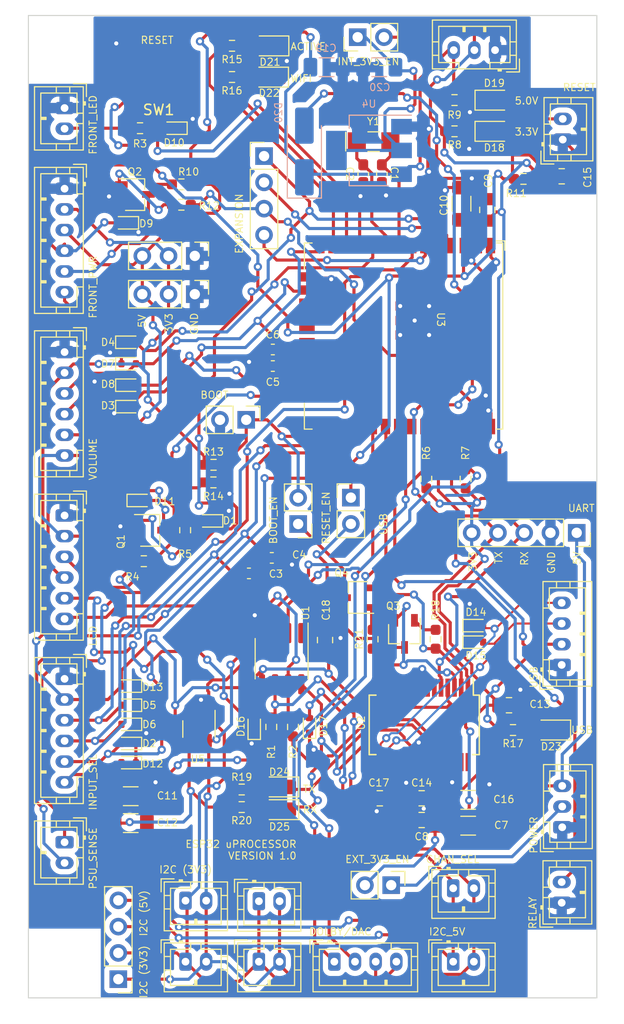
<source format=kicad_pcb>
(kicad_pcb (version 20221018) (generator pcbnew)
  (layers (0 "F.Cu" signal) (31 "B.Cu" signal) (34 "B.Paste" user) (35 "F.Paste" user) (36 "B.SilkS" user "B.Silkscreen") (37 "F.SilkS" user "F.Silkscreen") (38 "B.Mask" user) (39 "F.Mask" user) (44 "Edge.Cuts" user))
  (net 0 "")
  (net 1 "GND")
  (net 2 "3V3")
  (net 3 "SCL")
  (net 4 "SDA")
  (net 5 "DECODER_RESET")
  (net 6 "DECODER_IRQ")
  (net 7 "5V")
  (net 8 "SOFTSTART")
  (net 9 "SDA_5V")
  (net 10 "SCL_5V")
  (net 11 "Net-(U2-3V3OUT)")
  (net 12 "POWER_LED")
  (net 13 "POWER_BUTTON")
  (net 14 "ADC_PSU")
  (net 15 "BACKLIGHT")
  (net 16 "TO_BACKLIGHT")
  (net 17 "Net-(J28-Pin_1)")
  (net 18 "TO_POWER_LED")
  (net 19 "Net-(D18-A)")
  (net 20 "VOLUME_BUTTON")
  (net 21 "INPUT_BUTTON")
  (net 22 "Net-(D19-A)")
  (net 23 "Net-(D21-A)")
  (net 24 "Net-(D22-A)")
  (net 25 "Net-(D23-A)")
  (net 26 "RT_CLK_OUT")
  (net 27 "RT_CLK_IN")
  (net 28 "Net-(D24-A)")
  (net 29 "Net-(D25-A)")
  (net 30 "Net-(J2-Pin_2)")
  (net 31 "Net-(J27-Pin_2)")
  (net 32 "Net-(J29-Pin_1)")
  (net 33 "Net-(Q1-B)")
  (net 34 "Net-(Q2-B)")
  (net 35 "Net-(Q3-B)")
  (net 36 "Net-(Q4-B)")
  (net 38 "USBD+")
  (net 39 "USBD-")
  (net 40 "RX")
  (net 41 "TX")
  (net 45 "ENABLE")
  (net 46 "VOL_CH1")
  (net 47 "VOL_CH2")
  (net 48 "INPUT_CH1")
  (net 49 "INPUT_CH2")
  (net 50 "LED_ACTIVE")
  (net 51 "LED_CONNECTED")
  (net 52 "FRONT_LED")
  (net 53 "BOOT")
  (net 55 "CBUS1")
  (net 57 "CBUS0")
  (net 61 "DTR")
  (net 62 "RTS")
  (net 66 "VBUS")
  (net 67 "ADCIN_1")
  (net 68 "ADCIN_2")
  (net 69 "IO34")
  (net 73 "3V3_IN")
  (net 75 "FROM_POWER_LED")
  (net 77 "FROM_BACKLIGHT")
  (footprint "Connector_JST:JST_PH_B6B-PH-K_1x06_P2.00mm_Vertical" (layer "F.Cu") (at 110.5 60.75 -90)
    (fp_text reference "J12" hide)
    (fp_text value "Conn_01x06_Male")
  )
  (footprint "Capacitor_SMD:C_1206_3216Metric_Pad1.33x1.80mm_HandSolder" (layer "F.Cu") (at 149.55 122.35)
    (fp_text reference "C7")
    (fp_text value "10U")
  )
  (footprint "Capacitor_SMD:C_0805_2012Metric_Pad1.18x1.45mm_HandSolder" (layer "F.Cu") (at 145.05 121.8)
    (fp_text reference "C8")
    (fp_text value "0.1U")
  )
  (footprint "Package_TO_SOT_SMD:TSOT-23" (layer "F.Cu") (at 117.3 61.3)
    (fp_text reference "Q2")
    (fp_text value "2N3055")
  )
  (footprint "Connector_PinHeader_2.54mm:PinHeader_1x02_P2.54mm_Vertical" (layer "F.Cu") (at 138.86 46.1 90)
    (fp_text reference "J28" hide)
    (fp_text value "Conn_01x02_Male" hide)
  )
  (footprint "Diode_SMD:D_SOD-523" (layer "F.Cu") (at 150.3 104.6)
    (fp_text reference "D15")
    (fp_text value "D_TVS")
  )
  (footprint "Resistor_SMD:R_0603_1608Metric_Pad0.98x0.95mm_HandSolder" (layer "F.Cu") (at 126.7 49.95)
    (fp_text reference "R16")
    (fp_text value "430R")
  )
  (footprint "Capacitor_SMD:C_0603_1608Metric_Pad1.08x0.95mm_HandSolder" (layer "F.Cu") (at 130.65 76.3)
    (fp_text reference "C6")
    (fp_text value "10N")
  )
  (footprint "Package_TO_SOT_SMD:TSOT-23" (layer "F.Cu") (at 138.9 100.3 180)
    (fp_text reference "Q4")
    (fp_text value "2N3055")
  )
  (footprint "Espressif:ESP32-WROOM-32UE" (layer "F.Cu") (at 143.3 75 -90)
    (fp_text reference "U3")
    (fp_text value "ESP32-WROOM-32")
  )
  (footprint "MountingHole:MountingHole_3.2mm_M3" (layer "F.Cu") (at 159.5 46.5)
    (fp_text reference "H1" hide)
    (fp_text value "MountingHole")
  )
  (footprint "Capacitor_SMD:C_0603_1608Metric_Pad1.08x0.95mm_HandSolder" (layer "F.Cu") (at 128.3375 97.95 180)
    (fp_text reference "C3")
    (fp_text value "10N")
  )
  (footprint "Capacitor_SMD:C_0805_2012Metric_Pad1.18x1.45mm_HandSolder" (layer "F.Cu") (at 153.5 110.7)
    (fp_text reference "C13")
    (fp_text value "0.1U")
  )
  (footprint "Resistor_SMD:R_0603_1608Metric_Pad0.98x0.95mm_HandSolder" (layer "F.Cu") (at 149.3 88.8125 90)
    (fp_text reference "R7")
    (fp_text value "10K")
  )
  (footprint "MountingHole:MountingHole_3.2mm_M3" (layer "F.Cu") (at 109.5 46.5)
    (fp_text reference "H2" hide)
    (fp_text value "MountingHole")
  )
  (footprint "Connector_JST:JST_PH_B6B-PH-K_1x06_P2.00mm_Vertical" (layer "F.Cu") (at 110.5 108.15 -90)
    (fp_text reference "J24" hide)
    (fp_text value "Conn_01x06_Male")
  )
  (footprint "Diode_SMD:D_SOD-523" (layer "F.Cu") (at 121.1 54.9 180)
    (fp_text reference "D10")
    (fp_text value "D_TVS")
  )
  (footprint "LED_SMD:LED_0805_2012Metric_Pad1.15x1.40mm_HandSolder" (layer "F.Cu") (at 131.3 118.6 180)
    (fp_text reference "D24")
    (fp_text value "YELLOW")
  )
  (footprint "Connector_JST:JST_PH_B2B-PH-K_1x02_P2.00mm_Vertical" (layer "F.Cu") (at 148.1 135.5)
    (fp_text reference "J9" hide)
    (fp_text value "Conn_01x02_Male")
  )
  (footprint "Resistor_SMD:R_0603_1608Metric_Pad0.98x0.95mm_HandSolder" (layer "F.Cu") (at 146.4 104.32 90)
    (fp_text reference "R18")
    (fp_text value "10K")
  )
  (footprint "Capacitor_SMD:C_0805_2012Metric_Pad1.18x1.45mm_HandSolder" (layer "F.Cu") (at 158.6 59.55 180)
    (fp_text reference "C15")
    (fp_text value "0.1U")
  )
  (footprint "LED_SMD:LED_0805_2012Metric_Pad1.15x1.40mm_HandSolder" (layer "F.Cu") (at 157.6 113.1 180)
    (fp_text reference "D23")
    (fp_text value "RED")
  )
  (footprint "Connector_JST:JST_PH_B2B-PH-K_1x02_P2.00mm_Vertical" (layer "F.Cu") (at 158.7 56 90)
    (fp_text reference "J16" hide)
    (fp_text value "Conn_01x02_Male")
  )
  (footprint "Diode_SMD:D_SOD-523" (layer "F.Cu") (at 116.7 75.6)
    (fp_text reference "D4")
    (fp_text value "D_TVS")
  )
  (footprint "Diode_SMD:D_SOD-523" (layer "F.Cu") (at 116.7 108.85 180)
    (fp_text reference "D13")
    (fp_text value "D_TVS")
  )
  (footprint "Capacitor_SMD:C_1206_3216Metric_Pad1.33x1.80mm_HandSolder" (layer "F.Cu") (at 148.9 62.2 90)
    (fp_text reference "C10")
    (fp_text value "10U")
  )
  (footprint "LED_SMD:LED_0805_2012Metric_Pad1.15x1.40mm_HandSolder" (layer "F.Cu") (at 130.3375 46.94 180)
    (fp_text reference "D21")
    (fp_text value "BLUE")
  )
  (footprint "Diode_SMD:D_SOD-523" (layer "F.Cu") (at 116.7 110.7 180)
    (fp_text reference "D5")
    (fp_text value "D_TVS")
  )
  (footprint "Connector_JST:JST_PH_B2B-PH-K_1x02_P2.00mm_Vertical" (layer "F.Cu") (at 110.5 123.95 -90)
    (fp_text reference "J20" hide)
    (fp_text value "Conn_01x02_Male")
  )
  (footprint "Resistor_SMD:R_0603_1608Metric_Pad0.98x0.95mm_HandSolder" (layer "F.Cu") (at 121.8 62.3 180)
    (fp_text reference "R12")
    (fp_text value "1K")
  )
  (footprint "Resistor_SMD:R_0603_1608Metric_Pad0.98x0.95mm_HandSolder" (layer "F.Cu") (at 121.8 60.33)
    (fp_text reference "R10")
    (fp_text value "700R")
  )
  (footprint "Diode_SMD:D_SOD-523" (layer "F.Cu") (at 116.7 116.25 180)
    (fp_text reference "D12")
    (fp_text value "D_TVS")
  )
  (footprint "Connector_JST:JST_PH_B2B-PH-K_1x02_P2.00mm_Vertical" (layer "F.Cu") (at 129.3 129.65)
    (fp_text reference "J14" hide)
    (fp_text value "Conn_01x02_Male")
  )
  (footprint "LED_SMD:LED_0805_2012Metric_Pad1.15x1.40mm_HandSolder" (layer "F.Cu") (at 152.075 52.19)
    (fp_text reference "D19")
    (fp_text value "ORANGE")
  )
  (footprint "Connector_PinHeader_2.54mm:PinHeader_1x02_P2.54mm_Vertical" (layer "F.Cu") (at 138.2 90.625)
    (fp_text reference "J27" hide)
    (fp_text value "Conn_01x02_Male")
  )
  (footprint "Resistor_SMD:R_0603_1608Metric_Pad0.98x0.95mm_HandSolder" (layer "F.Cu") (at 154.9 59.8 180)
    (fp_text reference "R11")
    (fp_text value "10K")
  )
  (footprint "Connector_PinHeader_2.54mm:PinHeader_1x03_P2.54mm_Vertical" (layer "F.Cu") (at 123.1 70.95 -90)
    (fp_text reference "J6" hide)
    (fp_text value "Conn_01x03_Male")
  )
  (footprint "Capacitor_SMD:C_0603_1608Metric_Pad1.08x0.95mm_HandSolder" (layer "F.Cu") (at 139.4 59.3 -90)
    (fp_text reference "C2")
    (fp_text value "10p")
  )
  (footprint "Capacitor_SMD:C_1206_3216Metric_Pad1.33x1.80mm_HandSolder" (layer "F.Cu") (at 116.9 122.1)
    (fp_text reference "C12")
    (fp_text value "10U")
  )
  (footprint "Resistor_SMD:R_0603_1608Metric_Pad0.98x0.95mm_HandSolder" (layer "F.Cu") (at 124.9 89.15)
    (fp_text reference "R14")
    (fp_text value "4.7K")
  )
  (footprint "Capacitor_SMD:C_0805_2012Metric_Pad1.18x1.45mm_HandSolder" (layer "F.Cu") (at 151.4 62.8 90)
    (fp_text reference "C9")
    (fp_text value "10N")
  )
  (footprint "Diode_SMD:D_SOD-523" (layer "F.Cu") (at 116.7 112.55 180)
    (fp_text reference "D6")
    (fp_text value "D_TVS")
  )
  (footprint "Resistor_SMD:R_0603_1608Metric_Pad0.98x0.95mm_HandSolder" (layer "F.Cu") (at 127.6375 118.85)
    (fp_text reference "R19")
    (fp_text value "430R")
  )
  (footprint "Connector_JST:JST_PH_B2B-PH-K_1x02_P2.00mm_Vertical" (layer "F.Cu") (at 158.6 129.8 90)
    (fp_text reference "J17" hide)
    (fp_text value "Conn_01x02_Male")
  )
  (footprint "Connector_PinHeader_2.54mm:PinHeader_1x04_P2.54mm_Vertical" (layer "F.Cu") (at 115.7 137.19 180)
    (fp_text reference "J22" hide)
    (fp_text value "Conn_01x04_Male")
  )
  (footprint "Resistor_SMD:R_0603_1608Metric_Pad0.98x0.95mm_HandSolder" (layer "F.Cu") (at 145.5 88.8125 90)
    (fp_text reference "R6")
    (fp_text value "10K")
  )
  (footprint "Resistor_SMD:R_0603_1608Metric_Pad0.98x0.95mm_HandSolder" (layer "F.Cu") (at 124.9125 87.45)
    (fp_text reference "R13")
    (fp_text value "4.7K")
  )
  (footprint "Resistor_SMD:R_0603_1608Metric_Pad0.98x0.95mm_HandSolder" (layer "F.Cu") (at 153.8875 113.1)
    (fp_text reference "R17")
    (fp_text value "1K")
  )
  (footprint "Diode_SMD:D_SOD-523" (layer "F.Cu") (at 150.3 103)
    (fp_text reference "D14")
    (fp_text value "D_TVS")
  )
  (footprint "Resistor_SMD:R_0603_1608Metric_Pad0.98x0.95mm_HandSolder" (layer "F.Cu") (at 140.3 104.32 90)
    (fp_text reference "R21")
    (fp_text value "10K")
  )
  (footprint "LED_SMD:LED_0805_2012Metric_Pad1.15x1.40mm_HandSolder" (layer "F.Cu") (at 130.3 49.96 180)
    (fp_text reference "D22")
    (fp_text value "YELLOW")
  )
  (footprint "Resistor_SMD:R_0603_1608Metric_Pad0.98x0.95mm_HandSolder" (layer "F.Cu") (at 126.7 46.93)
    (fp_text reference "R15")
    (fp_text value "100R")
  )
  (footprint "Diode_SMD:D_SOD-523" (layer "F.Cu") (at 134.2 112.65 90)
    (fp_text reference "D17")
    (fp_text value "D_TVS")
  )
  (footprint "Capacitor_SMD:C_1206_3216Metric_Pad1.33x1.80mm_HandSolder" (layer "F.Cu") (at 149.55 119.85)
    (fp_text reference "C16")
    (fp_text value "10U")
  )
  (footprint "Connector_JST:JST_PH_B4B-PH-K_1x04_P2.00mm_Vertical" (layer "F.Cu") (at 158.6 106.8 90)
    (fp_text reference "J23" hide)
    (fp_text value "Conn_01x04_Male")
  )
  (footprint "MountingHole:MountingHole_3.2mm_M3" (layer "F.Cu") (at 109.4 136.5)
    (fp_text reference "H4" hide)
    (fp_text value "MountingHole")
  )
  (footprint "Connector_PinHeader_2.54mm:PinHeader_1x04_P2.54mm_Vertical" (layer "F.Cu") (at 129.8 57.6)
    (fp_text reference "J26" hide)
    (fp_text value "Conn_01x04_Male")
  )
  (footprint "Resistor_SMD:R_0603_1608Metric_Pad0.98x0.95mm_HandSolder" (layer "F.Cu") (at 127.6375 120.55)
    (fp_text reference "R20")
    (fp_text value "100R")
  )
  (footprint "Connector_PinHeader_2.54mm:PinHeader_1x03_P2.54mm_Vertical" (layer "F.Cu") (at 123.1 67.25 -90)
    (fp_text reference "J4" hide)
    (fp_text value "Conn_01x03_Male")
  )
  (footprint "Diode_SMD:D_SOD-523" (layer "F.Cu") (at 116.4 64.05 180)
    (fp_text reference "D9")
    (fp_text value "D_TVS")
  )
  (footprint "Resistor_SMD:R_0603_1608Metric_Pad0.98x0.95mm_HandSolder" (layer "F.Cu") (at 130.5 112.8 90)
    (fp_text reference "R1")
    (fp_text value "10K")
  )
  (footprint "Connector_JST:JST_PH_B2B-PH-K_1x02_P2.00mm_Vertical" (layer "F.Cu") (at 148.1 128.4)
    (fp_text reference "J19" hide)
    (fp_text value "Conn_01x02_Male")
  )
  (footprint "Connector_JST:JST_PH_B3B-PH-K_1x03_P2.00mm_Vertical" (layer "F.Cu") (at 152.15 47.35 180)
    (fp_text reference "J5" hide)
    (fp_text value "Conn_01x03_Male")
  )
  (footprint "Package_TO_SOT_SMD:TSOT-23" (layer "F.Cu") (at 118.766958 93.772497)
    (fp_text reference "Q1")
    (fp_text value "2N3055")
  )
  (footprint "Connector_JST:JST_PH_B2B-PH-K_1x02_P2.00mm_Vertical" (layer "F.Cu") (at 122.2 135.5)
    (fp_text reference "J13" hide)
    (fp_text value "Conn_01x02_Male")
  )
  (footprint "Resistor_SMD:R_0603_1608Metric_Pad0.98x0.95mm_HandSolder" (layer "F.Cu") (at 122.166958 93.772497 -90)
    (fp_text reference "R5")
    (fp_text value "1K")
  )
  (footprint "Capacitor_SMD:C_0805_2012Metric_Pad1.18x1.45mm_HandSolder" (layer "F.Cu") (at 141 119.7 180)
    (fp_text reference "C17")
    (fp_text value "0.1U")
  )
  (footprint "Connector_PinSocket_2.54mm:PinSocket_1x05_P2.54mm_Vertical" (layer "F.Cu") (at 160.05 94.025 -90)
    (fp_text reference "J3" hide)
    (fp_text value "Conn_01x05_Male")
  )
  (footprint "Resistor_SMD:R_0603_1608Metric_Pad0.98x0.95mm_HandSolder" (layer "F.Cu") (at 117.8 54.9)
    (fp_text reference "R3")
    (fp_text value "300R")
  )
  (footprint "Capacitor_SMD:C_0805_2012Metric_Pad1.18x1.45mm_HandSolder" (layer "F.Cu") (at 135.7 104.4 90)
    (fp_text reference "C18")
    (fp_text value "10N")
  )
  (footprint "Diode_SMD:D_SOD-523" (layer "F.Cu") (at 117.8 90.9)
    (fp_text reference "D11")
    (fp_text value "D_TVS")
  )
  (footprint "Capacitor_SMD:C_1206_3216Metric_Pad1.33x1.80mm_HandSolder" (layer "F.Cu") (at 116.9 119.5)
    (fp_text reference "C11")
    (fp_text value "10U")
  )
  (footprint "Components:Button Aliexpress 4x4" (layer "F.Cu") (at 119.6 53.625)
    (fp_text reference "SW1")
    (fp_text value "SW_Push")
  )
  (footprint "Diode_SMD:D_SOD-523" (layer "F.Cu") (at 116.7 79.75)
    (fp_text reference "D8")
    (fp_text value "D_TVS")
  )
  (footprint "Capacitor_SMD:C_0603_1608Metric_Pad1.08x0.95mm_HandSolder" (layer "F.Cu") (at 130.65 77.9)
    (fp_text reference "C5")
    (fp_text value "10N")
  )
  (footprint "Connector_JST:JST_PH_B2B-PH-K_1x02_P2.00mm_Vertical" (layer "F.Cu") (at 129.3 135.5)
    (fp_text reference "J18" hide)
    (fp_text value "Conn_01x02_Male")
  )
  (footprint "Crystal:Crystal_SMD_EuroQuartz_EQ161-2Pin_3.2x1.5mm_HandSoldering" (layer "F.Cu") (at 140.4 56.2)
    (fp_text reference "Y1")
    (fp_text value "Crystal")
  )
  (footprint "Diode_SMD:D_SOD-523" (layer "F.Cu") (at 116.7 77.675)
    (fp_text reference "D7")
    (fp_text value "D_TVS")
  )
  (footprint "Connector_JST:JST_PH_B2B-PH-K_1x02_P2.00mm_Vertical" (layer "F.Cu") (at 122.2 129.6)
    (fp_text reference "J15" hide)
    (fp_text value "Conn_01x02_Male")
  )
  (footprint "Capacitor_SMD:C_0603_1608Metric_Pad1.08x0.95mm_HandSolder" (layer "F.Cu") (at 130.55 96.45 180)
    (fp_text reference "C4")
    (fp_text value "10N")
  )
  (footprint "Connector_JST:JST_PH_B6B-PH-K_1x06_P2.00mm_Vertical" (layer "F.Cu") (at 110.5 92.35 -90)
    (fp_text reference "J1" hide)
    (fp_text value "Conn_01x06_Male")
  )
  (footprint "Connector_JST:JST_PH_B3B-PH-K_1x03_P2.00mm_Vertical" (layer "F.Cu") (at 158.65 122.5 90)
    (fp_text reference "J7" hide)
    (fp_text value "Conn_01x03_Male")
  )
  (footprint "LED_SMD:LED_0805_2012Metric_Pad1.15x1.40mm_HandSolder" (layer "F.Cu") (at 131.3 120.8 180)
    (fp_text reference "D25")
    (fp_text value "BLUE")
  )
  (footprint "Package_TO_SOT_SMD:TSOT-23" (layer "F.Cu") (at 143.4 103.8 -90)
    (fp_text reference "Q3")
    (fp_text value "2N3055")
  )
  (footprint "Connector_PinHeader_2.54mm:PinHeader_1x02_P2.54mm_Vertical" (layer "F.Cu") (at 133.1 93.175 180)
    (fp_text reference "J29" hide)
    (fp_text value "Conn_01x02_Male")
  )
  (footprint "Resistor_SMD:R_0603_1608Metric_Pad0.98x0.95mm_HandSolder" (layer "F.Cu") (at 118.166958 96.772497 180)
    (fp_text reference "R4")
    (fp_text value "100R")
  )
  (footprint "Connector_PinHeader_2.54mm:PinHeader_1x02_P2.54mm_Vertical" (layer "F.Cu") (at 128.075 83.1 -90)
    (fp_text reference "J10" hide)
    (fp_text value "Conn_01x02_Male")
  )
  (footprint "Diode_SMD:D_SOD-523" (layer "F.Cu") (at 116.7 81.825)
    (fp_text reference "D3")
    (fp_text value "D_TVS")
  )
  (footprint "Diode_SMD:D_SOD-523" (layer "F.Cu") (at 124.55 92.875 180)
    (fp_text reference "D1")
    (fp_text value "D_TVS")
  )
  (footprint "Capacitor_SMD:C_0805_2012Metric_Pad1.18x1.45mm_HandSolder" (layer "F.Cu") (at 145.05 119.7)
    (fp_text reference "C14")
    (fp_text value "0.1U")
  )
  (footprint "Resistor_SMD:R_0603_1608Metric_Pad0.98x0.95mm_HandSolder" (layer "F.Cu") (at 148.2275 55.2)
    (fp_text reference "R8")
    (fp_text value "430R")
  )
  (footprint "LED_SMD:LED_0805_2012Metric_Pad1.15x1.40mm_HandSolder" (layer "F.Cu") (at 152.075 55.2)
    (fp_text reference "D18")
    (fp_text value "YELLOW")
  )
  (footprint "Connector_JST:JST_PH_B2B-PH-K_1x02_P2.00mm_Vertical" (layer "F.Cu") (at 110.5 52.95 -90)
    (fp_text reference "J2" hide)
    (fp_text value "Conn_01x02_Male")
  )
  (footprint "Resistor_SMD:R_0603_1608Metric_Pad0.98x0.95mm_HandSolder" (layer "F.Cu") (at 148.2275 52.18)
    (fp_text reference "R9")
    (fp_text value "1000R")
  )
  (footprint "Resistor_SMD:R_0603_1608Metric_Pad0.98x0.95mm_HandSolder" (layer "F.Cu") (at 132.6 112.8 90)
    (fp_text reference "R2")
    (fp_text value "10K")
  )
  (footprint "Package_SO:SOIC-8_3.9x4.9mm_P1.27mm" (layer "F.Cu") (at 131.5 106.2 -90)
    (fp_text reference "U1")
    (fp_text value "TCA9517DR")
  )
  (footprint "MountingHole:MountingHole_3.2mm_M3" (layer "F.Cu") (at 159.4 136.5)
    (fp_text reference "H3" hide)
    (fp_text value "MountingHole")
  )
  (footprint "Connector_JST:JST_PH_B6B-PH-K_1x06_P2.00mm_Vertical" (layer "F.Cu") (at 110.5 76.55 -90)
    (fp_text reference "J11" hide)
    (fp_text value "Conn_01x06_Male")
  )
  (footprint "Connector_JST:JST_PH_B4B-PH-K_1x04_P2.00mm_Vertical" (layer "F.Cu") (at 136.6 135.5)
    (fp_text reference "J25" hide)
    (fp_text value "Conn_01x04_Male")
  )
  (footprint "Package_SO:SSOP-28_5.3x10.2mm_P0.65mm" (layer "F.Cu") (at 145.3 112.6 -90)
    (fp_text reference "U2")
    (fp_text value "FT232RL")
  )
  (footprint "Diode_SMD:D_SOD-523" (layer "F.Cu") (at 116.7 114.4 180)
    (fp_text reference "D2")
    (fp_text value "D_TVS")
  )
  (footprint "Capacitor_SMD:C_0603_1608Metric_Pad1.08x0.95mm_HandSolder" (layer "F.Cu") (at 141.2 59.3 -90)
    (fp_text reference "C1")
    (fp_text value "10p")
  )
  (footprint "Diode_SMD:D_SOD-523" (layer "F.Cu") (at 128.85 112.75 90)
    (fp_text reference "D16")
    (fp_text value "D_TVS")
  )
  (footprint "Connector_PinHeader_2.54mm:PinHeader_1x02_P2.54mm_Vertical" (layer "F.Cu") (at 142.1 128.1 -90)
    (fp_text reference "J8" hide)
    (fp_text value "Conn_01x02_Male")
  )
  (footprint "Package_TO_SOT_SMD:SOT-23-6" (layer "F.Cu") (at 123.5 113 -90)
    (fp_text reference "U5")
    (fp_text value "TMP100")
  )
  (footprint "Package_TO_SOT_SMD:SOT-223-3_TabPin2" (layer "B.Cu") (at 139.95 57.05 180)
    (fp_text reference "U4")
    (fp_text value "AMS1117-3.3")
  )
  (footprint "Capacitor_SMD:C_1206_3216Metric_Pad1.33x1.80mm_HandSolder" (layer "B.Cu") (at 140.95 49 180)
    (fp_text reference "C20")
    (fp_text value "10U")
  )
  (footprint "Capacitor_SMD:C_1206_3216Metric_Pad1.33x1.80mm_HandSolder" (layer "B.Cu") (at 135.85 49)
    (fp_text reference "C19")
    (fp_text value "10U")
  )
  (footprint "Diode_SMD:D_SMA_Handsoldering" (layer "B.Cu") (at 133.7 57.15 90)
    (fp_text reference "D20")
    (fp_text value "D_Schottky")
  )
  (gr_line (start 162 139) (end 107 139) (stroke (width 0.1)) (layer "Edge.Cuts"))
  (gr_line (start 162 44) (end 107 44) (stroke (width 0.1)) (layer "Edge.Cuts"))
  (gr_line (start 107 139) (end 107 44) (stroke (width 0.1)) (layer "Edge.Cuts"))
  (gr_line (start 162 139) (end 162 44) (stroke (width 0.1)) (layer "Edge.Cuts"))
  (gr_text "GND" (at 157.6 98.033333 90) (layer "F.SilkS") (effects (font (size 0.7 0.7) (thickness 0.1)) (justify left)))
  (gr_text "BOOT_EN" (at 130.7 95.175 90) (layer "F.SilkS") (effects (font (size 0.7 0.7) (thickness 0.1)) (justify left)))
  (gr_text "TX\n" (at 133.5 118.8) (layer "F.SilkS") (effects (font (size 0.7 0.7) (thickness 0.1)) (justify left)))
  (gr_text "RESET" (at 158.65 50.95) (layer "F.SilkS") (effects (font (size 0.7 0.7) (thickness 0.1)) (justify left)))
  (gr_text "INT_3V3_EN" (at 136.85 48.45) (layer "F.SilkS") (effects (font (size 0.7 0.7) (thickness 0.1)) (justify left)))
  (gr_text "INPUT_SEL" (at 113.25 115.35 90) (layer "F.SilkS") (effects (font (size 0.7 0.7) (thickness 0.1)) (justify right)))
  (gr_text "GND\n" (at 123.05 74.95 90) (layer "F.SilkS") (effects (font (size 0.7 0.7) (thickness 0.1)) (justify left)))
  (gr_text "3V3" (at 120.6 74.8 90) (layer "F.SilkS") (effects (font (size 0.7 0.7) (thickness 0.1)) (justify left)))
  (gr_text "I2C_5V" (at 145.7 132.6) (layer "F.SilkS") (effects (font (size 0.7 0.7) (thickness 0.1)) (justify left)))
  (gr_text "BOOT" (at 123.585 80.7) (layer "F.SilkS") (effects (font (size 0.7 0.7) (thickness 0.1)) (justify left)))
  (gr_text "USB" (at 155.9 109.1 90) (layer "F.SilkS") (effects (font (size 0.7 0.7) (thickness 0.1)) (justify left)))
  (gr_text "3V3" (at 150 97.833333 90) (layer "F.SilkS") (effects (font (size 0.7 0.7) (thickness 0.1)) (justify left)))
  (gr_text "RESET" (at 117.804446 46.382729) (layer "F.SilkS") (effects (font (size 0.7 0.7) (thickness 0.1)) (justify left)))
  (gr_text "5.0V" (at 154 52.25) (layer "F.SilkS") (effects (font (size 0.7 0.7) (thickness 0.1)) (justify left)))
  (gr_text "UART" (at 159.15 91.65) (layer "F.SilkS") (effects (font (size 0.7 0.7) (thickness 0.1)) (justify left)))
  (gr_text "DOLBY/DAC" (at 134.1 132.6) (layer "F.SilkS") (effects (font (size 0.7 0.7) (thickness 0.1)) (justify left)))
  (gr_text "TX" (at 152.5 97.1 90) (layer "F.SilkS") (effects (font (size 0.7 0.7) (thickness 0.1)) (justify left)))
  (gr_text "LCD\n" (at 113.25 102.95 90) (layer "F.SilkS") (effects (font (size 0.7 0.7) (thickness 0.1)) (justify right)))
  (gr_text "PSU_SENSE" (at 113.25 128.55 90) (layer "F.SilkS") (effects (font (size 0.7 0.7) (thickness 0.1)) (justify left)))
  (gr_text "POWER" (at 155.9 125.1 90) (layer "F.SilkS") (effects (font (size 0.7 0.7) (thickness 0.1)) (justify left)))
  (gr_text "WIFI" (at 132.3 50.1) (layer "F.SilkS") (effects (font (size 0.7 0.7) (thickness 0.1)) (justify left)))
  (gr_text "RX\n" (at 133.5 120.8) (layer "F.SilkS") (effects (font (size 0.7 0.7) (thickness 0.1)) (justify left)))
  (gr_text "RESET_EN" (at 135.8 95.175 90) (layer "F.SilkS") (effects (font (size 0.7 0.7) (thickness 0.1)) (justify left)))
  (gr_text "RX" (at 155 97.266667 90) (layer "F.SilkS") (effects (font (size 0.7 0.7) (thickness 0.1)) (justify left)))
  (gr_text "VOLUME" (at 113.25 89 90) (layer "F.SilkS") (effects (font (size 0.7 0.7) (thickness 0.1)) (justify left)))
  (gr_text "ACTIVE" (at 132.3 47) (layer "F.SilkS") (effects (font (size 0.7 0.7) (thickness 0.1)) (justify left)))
  (gr_text "EXPANSION" (at 127.4 67.1 90) (layer "F.SilkS") (effects (font (size 0.7 0.7) (thickness 0.1)) (justify left)))
  (gr_text "RELAY\n" (at 155.8 132.4 90) (layer "F.SilkS") (effects (font (size 0.7 0.7) (thickness 0.1)) (justify left)))
  (gr_text "USB" (at 141.35 94.3 90) (layer "F.SilkS") (effects (font (size 0.7 0.7) (thickness 0.1)) (justify left)))
  (gr_text "I2C (3V3)" (at 119.6 126.6) (layer "F.SilkS") (effects (font (size 0.7 0.7) (thickness 0.1)) (justify left)))
  (gr_text "FRONT_PWR\n" (at 113.25 73.35 90) (layer "F.SilkS") (effects (font (size 0.7 0.7) (thickness 0.1)) (justify left)))
  (gr_text "5V" (at 160.1 97.166667 90) (layer "F.SilkS") (effects (font (size 0.7 0.7) (thickness 0.1)) (justify left)))
  (gr_text "CHAN_SEL" (at 145.4 125.6) (layer "F.SilkS") (effects (font (size 0.7 0.7) (thickness 0.1)) (justify left)))
  (gr_text "I2C (5V)" (at 118.15 133.1 90) (layer "F.SilkS") (effects (font (size 0.7 0.7) (thickness 0.1)) (justify left)))
  (gr_text "FRONT_LED" (at 113.25 57.5 90) (layer "F.SilkS") (effects (font (size 0.7 0.7) (thickness 0.1)) (justify left)))
  (gr_text "ESP32 uPROCESSOR\nVERSION 1.0" (at 133 124.7) (layer "F.SilkS") (effects (font (size 0.7 0.7) (thickness 0.1)) (justify right)))
  (gr_text "3.3V" (at 154 55.25) (layer "F.SilkS") (effects (font (size 0.7 0.7) (thickness 0.1)) (justify left)))
  (gr_text "I2C (3V3)" (at 118.15 139.1 90) (layer "F.SilkS") (effects (font (size 0.7 0.7) (thickness 0.1)) (justify left)))
  (gr_text "EXT_3V3_EN" (at 137.6 125.6) (layer "F.SilkS") (effects (font (size 0.7 0.7) (thickness 0.1)) (justify left)))
  (gr_text "5V" (at 118 74.25 90) (layer "F.SilkS") (effects (font (size 0.7 0.7) (thickness 0.1)) (justify left)))
  (gr_text "USB" (at 159.46 113.1) (layer "F.SilkS") (effects (font (size 0.7 0.7) (thickness 0.1)) (justify left)))
  (segment (start 128.85 114.15) (end 128.6 114.4) (width 0.3) (layer "F.Cu") (net 1))
  (segment (start 149.9 59.75) (end 146.402073 59.75) (width 0.3) (layer "F.Cu") (net 1))
  (segment (start 147.5625 60.6375) (end 147.3 60.9) (width 0.3) (layer "F.Cu") (net 1))
  (segment (start 145.2875 120.7375) (end 145.25 120.7) (width 0.3) (layer "F.Cu") (net 1))
  (segment (start 149.6 101) (end 149.7 100.9) (width 0.3) (layer "F.Cu") (net 1))
  (segment (start 135.7 103.3625) (end 136.3625 103.3625) (width 0.3) (layer "F.Cu") (net 1))
  (segment (start 148.225 116.2) (end 148.225 117.925) (width 0.3) (layer "F.Cu") (net 1))
  (segment (start 146.0875 119.7) (end 146.0875 120.7375) (width 0.3) (layer "F.Cu") (net 1))
  (segment (start 117.1 64.05) (end 117.1 64.4) (width 0.3) (layer "F.Cu") (net 1))
  (segment (start 117.4 114.4) (end 117.4 116.25) (width 0.3) (layer "F.Cu") (net 1))
  (segment (start 131.0375 47.4375) (end 132 48.4) (width 0.3) (layer "F.Cu") (net 1))
  (segment (start 143.025 116.2) (end 143.025 117.675) (width 0.3) (layer "F.Cu") (net 1))
  (segment (start 154.5375 109.2625) (end 154.6 109.2) (width 0.3) (layer "F.Cu") (net 1))
  (segment (start 151.1125 119.85) (end 151.1125 118.8375) (width 0.3) (layer "F.Cu") (net 1))
  (segment (start 145.7495 56.7005) (end 145.65 56.8) (width 0.3) (layer "F.Cu") (net 1))
  (segment (start 149.6 104.6) (end 149.6 103) (width 0.3) (layer "F.Cu") (net 1))
  (segment (start 118.4625 122.1) (end 118.4625 119.5) (width 0.3) (layer "F.Cu") (net 1))
  (segment (start 142.97 73.5) (end 144.37 73.5) (width 0.3) (layer "F.Cu") (net 1))
  (segment (start 142.97 74.9) (end 144.37 74.9) (width 0.3) (layer "F.Cu") (net 1))
  (segment (start 116.7 47.9) (end 115.5 46.7) (width 0.3) (layer "F.Cu") (net 1))
  (segment (start 129.7875 77.9) (end 129.3875 77.5) (width 0.3) (layer "F.Cu") (net 1))
  (segment (start 118.4625 118.987) (end 119.3 118.1495) (width 0.3) (layer "F.Cu") (net 1))
  (segment (start 159.6375 59.55) (end 159.6375 56.9375) (width 0.3) (layer "F.Cu") (net 1))
  (segment (start 146.0875 120.7375) (end 146.0875 121.8) (width 0.3) (layer "F.Cu") (net 1))
  (segment (start 113.75 79.75) (end 113.4 79.4) (width 0.3) (layer "F.Cu") (net 1))
  (segment (start 117.4 108.85) (end 117.4 110.7) (width 0.3) (layer "F.Cu") (net 1))
  (segment (start 150.025 61.7625) (end 148.9 60.6375) (width 0.3) (layer "F.Cu") (net 1))
  (segment (start 117.1 90.9) (end 115.9 92.1) (width 0.3) (layer "F.Cu") (net 1))
  (segment (start 125.8125 89.6125) (end 126.45 90.25) (width 0.3) (layer "F.Cu") (net 1))
  (segment (start 151.1125 122.35) (end 151.1125 119.85) (width 0.3) (layer "F.Cu") (net 1))
  (segment (start 143.025 117.675) (end 143.55 118.2) (width 0.3) (layer "F.Cu") (net 1))
  (segment (start 129.595 102.695) (end 128.9 102) (width 0.3) (layer "F.Cu") (net 1))
  (segment (start 142.97 72.1) (end 142.97 73.5) (width 0.3) (layer "F.Cu") (net 1))
  (segment (start 115.938 81.825) (end 115.3 82.463) (width 0.3) (layer "F.Cu") (net 1))
  (segment (start 125.8125 89.15) (end 125.8125 89.6125) (width 0.3) (layer "F.Cu") (net 1))
  (segment (start 151.75 83.85) (end 151.75 82.45) (width 0.3) (layer "F.Cu") (net 1))
  (segment (start 136.19 69.39) (end 136.3 69.5) (width 0.3) (layer "F.Cu") (net 1))
  (segment (start 123.5 111.8625) (end 123.5 110.373455) (width 0.3) (layer "F.Cu") (net 1))
  (segment (start 149.6 103) (end 149.6 101) (width 0.3) (layer "F.Cu") (net 1))
  (segment (start 151.25 80.75) (end 151.25 69.1) (width 0.3) (layer "F.Cu") (net 1))
  (segment (start 145.65 58.997927) (end 145.760517 59.108444) (width 0.3) (layer "F.Cu") (net 1))
  (segment (start 129.2 97.95) (end 129.9125 97.95) (width 0.3) (layer "F.Cu") (net 1))
  (segment (start 151.25 69.1) (end 149.85 67.7) (width 0.3) (layer "F.Cu") (net 1))
  (segment (start 144.975 114.515045) (end 144.766745 114.30679) (width 0.3) (layer "F.Cu") (net 1))
  (segment (start 125.25 92.875) (end 125.425 92.875) (width 0.3) (layer "F.Cu") (net 1))
  (segment (start 123.5 111.8625) (end 122.55 111.8625) (width 0.3) (layer "F.Cu") (net 1))
  (segment (start 141.2 60.1625) (end 141.2 61) (width 0.3) (layer "F.Cu") (net 1))
  (segment (start 117.4 110.7) (end 117.4 112.55) (width 0.3) (layer "F.Cu") (net 1))
  (segment (start 129.9125 97.95) (end 131.4125 96.45) (width 0.3) (layer "F.Cu") (net 1))
  (segment (start 145.77 73.5) (end 145.77 74.9) (width 0.3) (layer "F.Cu") (net 1))
  (segment (start 145.625 109) (end 145.625 107.725) (width 0.3) (layer "F.Cu") (net 1))
  (segment (start 146.0875 120.7375) (end 145.2875 120.7375) (width 0.3) (layer "F.Cu") (net 1))
  (segment (start 154.5375 110.7) (end 154.5375 109.2625) (width 0.3) (layer "F.Cu") (net 1))
  (segment (start 150.918 52.15) (end 149.718 53.35) (width 0.3) (layer "F.Cu") (net 1))
  (segment (start 144.37 73.5) (end 145.77 73.5) (width 0.3) (layer "F.Cu") (net 1))
  (segment (start 144.37 74.9) (end 145.77 74.9) (width 0.3) (layer "F.Cu") (net 1))
  (segment (start 151.75 82.45) (end 151.5 82.2) (width 0.3) (layer "F.Cu") (net 1))
  (segment (start 155.5375 111.4) (end 154.77 110.6325) (width 0.3) (layer "F.Cu") (net 1))
  (segment (start 145.7495 54.961399) (end 145.7495 56.7005) (width 0.3) (layer "F.Cu") (net 1))
  (segment (start 123.5 111.8625) (end 123.5 114.1375) (width 0.3) (layer "F.Cu") (net 1))
  (segment (start 131 49.4) (end 132 48.4) (width 0.3) (layer "F.Cu") (net 1))
  (segment (start 151.4 61.7625) (end 150.025 61.7625) (width 0.3) (layer "F.Cu") (net 1))
  (segment (start 115.7 76.6) (end 114.9 76.6) (width 0.3) (layer "F.Cu") (net 1))
  (segment (start 116 76.3) (end 115.7 76.6) (width 0.3) (layer "F.Cu") (net 1))
  (segment (start 116 79.75) (end 113.75 79.75) (width 0.3) (layer "F.Cu") (net 1))
  (segment (start 134.2 114.6) (end 134.6 115) (width 0.3) (layer "F.Cu") (net 1))
  (segment (start 136.3625 103.3625) (end 137.2 104.2) (width 0.3) (layer "F.Cu") (net 1))
  (segment (start 116.9 47.9) (end 121.9 47.9) (width 0.3) (layer "F.Cu") (net 1))
  (segment (start 117.1 64.4) (end 117.65 64.95) (width 0.3) (layer "F.Cu") (net 1))
  (segment (start 158.2375 112.7125) (end 156.925 111.4) (width 0.3) (layer "F.Cu") (net 1))
  (segment (start 145.77 72.1) (end 144.37 72.1) (width 0.3) (layer "F.Cu") (net 1))
  (segment (start 139.4 60.1625) (end 139.4 61.2) (width 0.3) (layer "F.Cu") (net 1))
  (segment (start 117.55 112.55) (end 118.4 113.4) (width 0.3) (layer "F.Cu") (net 1))
  (segment (start 121.8 54.9) (end 122 54.9) (width 0.3) (layer "F.Cu") (net 1))
  (segment (start 145.65 56.8) (end 145.65 58.997927) (width 0.3) (layer "F.Cu") (net 1))
  (segment (start 129.595 103.725) (end 129.595 102.695) (width 0.3) (layer "F.Cu") (net 1))
  (segment (start 131.85 96.45) (end 132.5 97.1) (width 0.3) (layer "F.Cu") (net 1))
  (segment (start 159.6375 56.9375) (end 158.7 56) (width 0.3) (layer "F.Cu") (net 1))
  (segment (start 148.9 60.6375) (end 147.5625 60.6375) (width 0.3) (layer "F.Cu") (net 1))
  (segment (start 151.1125 118.8375) (end 151.6 118.35) (width 0.3) (layer "F.Cu") (net 1))
  (segment (start 122 54.9) (end 122.9 54) (width 0.3) (layer "F.Cu") (net 1))
  (segment (start 117.222497 94.722497) (end 115.9 93.4) (width 0.3) (layer "F.Cu") (net 1))
  (segment (start 144.975 116.2) (end 144.975 114.515045) (width 0.3) (layer "F.Cu") (net 1))
  (segment (start 139.9625 120.2125) (end 140.7 120.95) (width 0.3) (layer "F.Cu") (net 1))
  (segment (start 129.7875 76.3) (end 129.7875 77.9) (width 0.3) (layer "F.Cu") (net 1))
  (segment (start 129.3875 77.5) (end 128.35 77.5) (width 0.3) (layer "F.Cu") (net 1))
  (segment (start 146.402073 59.75) (end 145.760517 59.108444) (width 0.3) (layer "F.Cu") (net 1))
  (segment (start 151.75 67.370369) (end 152.2505 67.870869) (width 0.3) (layer "F.Cu") (net 1))
  (segment (start 139.4 61.2) (end 139.129977 61.470023) (width 0.3) (layer "F.Cu") (net 1))
  (segment (start 144.37 72.1) (end 142.97 72.1) (width 0.3) (layer "F.Cu") (net 1))
  (segment (start 131 49.96) (end 131 49.4) (width 0.3) (layer "F.Cu") (net 1))
  (segment (start 150.8775 55.6725) (end 149.65 56.9) (width 0.3) (layer "F.Cu") (net 1))
  (segment (start 151.75 66.35) (end 151.75 67.370369) (width 0.3) (layer "F.Cu") (net 1))
  (segment (start 147.575 116.2) (end 148.225 116.2) (width 0.3) (layer "F.Cu") (net 1))
  (segment (start 156.925 111.4) (end 155.5375 111.4) (width 0.3) (layer "F.Cu") (net 1))
  (segment (start 116 75.6) (end 116 76.3) (width 0.3) (layer "F.Cu") (net 1))
  (segment (start 116 76.3) (end 116 77.675) (width 0.3) (layer "F.Cu") (net 1))
  (segment (start 123.5 110.373455) (end 123.7005 110.172955) (width 0.3) (layer "F.Cu") (net 1))
  (segment (start 125.425 92.875) (end 126.4 91.9) (width 0.3) (layer "F.Cu") (net 1))
  (segment (start 115.9 92.1) (end 115.9 93.4) (width 0.3) (layer "F.Cu") (net 1))
  (segment (start 131.4125 96.45) (end 131.85 96.45) (width 0.3) (layer "F.Cu") (net 1))
  (segment (start 117.4 112.55) (end 117.4 114.4) (width 0.3) (layer "F.Cu") (net 1))
  (segment (start 141.2 61) (end 141.6 61.4) (width 0.3) (layer "F.Cu") (net 1))
  (segment (start 148.225 117.925) (end 148 118.15) (width 0.3) (layer "F.Cu") (net 1))
  (segment (start 145.625 107.725) (end 145.1 107.2) (width 0.3) (layer "F.Cu") (net 1))
  (segment (start 128.85 113.45) (end 128.85 114.15) (width 0.3) (layer "F.Cu") (net 1))
  (segment (start 115.55 62.25) (end 114.8 61.5) (width 0.3) (layer "F.Cu") (net 1))
  (segment (start 134.2 113.35) (end 134.2 114.6) (width 0.3) (layer "F.Cu") (net 1))
  (segment (start 133.99 69.39) (end 136.19 69.39) (width 0.3) (layer "F.Cu") (net 1))
  (via (at 132.5 97.1) (size 0.8) (drill 0.4) (layers "F.Cu" "B.Cu") (net 1))
  (via (at 118.4 113.4) (size 0.8) (drill 0.4) (layers "F.Cu" "B.Cu") (net 1))
  (via (at 139.129977 61.470023) (size 0.8) (drill 0.4) (layers "F.Cu" "B.Cu") (net 1))
  (via (at 145.760517 59.108444) (size 0.8) (drill 0.4) (layers "F.Cu" "B.Cu") (net 1))
  (via (at 126.45 90.25) (size 0.8) (drill 0.4) (layers "F.Cu" "B.Cu") (net 1))
  (via (at 145.1 107.2) (size 0.8) (drill 0.4) (layers "F.Cu" "B.Cu") (net 1))
  (via (at 122.9 54) (size 0.8) (drill 0.4) (layers "F.Cu" "B.Cu") (net 1))
  (via (at 142.97 74.9) (size 0.8) (drill 0.4) (layers "F.Cu" "B.Cu") (net 1))
  (via (at 152.2505 67.870869) (size 0.8) (drill 0.4) (layers "F.Cu" "B.Cu") (net 1))
  (via (at 145.77 74.9) (size 0.8) (drill 0.4) (layers "F.Cu" "B.Cu") (net 1))
  (via (at 126.4 91.9) (size 0.8) (drill 0.4) (layers "F.Cu" "B.Cu") (net 1))
  (via (at 137.2 104.2) (size 0.8) (drill 0.4) (layers "F.Cu" "B.Cu") (net 1))
  (via (at 144.766745 114.30679) (size 0.8) (drill 0.4) (layers "F.Cu" "B.Cu") (net 1))
  (via (at 128.35 77.5) (size 0.8) (drill 0.4) (layers "F.Cu" "B.Cu") (net 1))
  (via (at 115.9 93.4) (size 0.8) (drill 0.4) (layers "F.Cu" "B.Cu") (net 1))
  (via (at 119.3 118.1495) (size 0.8) (drill 0.4) (layers "F.Cu" "B.Cu") (net 1))
  (via (at 113.4 79.4) (size 0.8) (drill 0.4) (layers "F.Cu" "B.Cu") (net 1))
  (via (at 142.97 72.1) (size 0.8) (drill 0.4) (layers "F.Cu" "B.Cu") (net 1))
  (via (at 148 118.15) (size 0.8) (drill 0.4) (layers "F.Cu" "B.Cu") (net 1))
  (via (at 136.3 69.5) (size 0.8) (drill 0.4) (layers "F.Cu" "B.Cu") (net 1))
  (via (at 149.7 100.9) (size 0.8) (drill 0.4) (layers "F.Cu" "B.Cu") (net 1))
  (via (at 149.718 53.35) (size 0.8) (drill 0.4) (layers "F.Cu" "B.Cu") (net 1))
  (via (at 145.7495 54.961399) (size 0.8) (drill 0.4) (layers "F.Cu" "B.Cu") (net 1))
  (via (at 151.25 80.75) (size 0.8) (drill 0.4) (layers "F.Cu" "B.Cu") (net 1))
  (via (at 154.6 109.2) (size 0.8) (drill 0.4) (layers "F.Cu" "B.Cu") (net 1))
  (via (at 132 48.4) (size 0.8) (drill 0.4) (layers "F.Cu" "B.Cu") (net 1))
  (via (at 145.77 72.1) (size 0.8) (drill 0.4) (layers "F.Cu" "B.Cu") (net 1))
  (via (at 147.3 60.9) (size 0.8) (drill 0.4) (layers "F.Cu" "B.Cu") (net 1))
  (via (at 145.25 120.7) (size 0.8) (drill 0.4) (layers "F.Cu" "B.Cu") (net 1))
  (via (at 149.65 56.9) (size 0.8) (drill 0.4) (layers "F.Cu" "B.Cu") (net 1))
  (via (at 151.6 118.35) (size 0.8) (drill 0.4) (layers "F.Cu" "B.Cu") (net 1))
  (via (at 114.8 61.5) (size 0.8) (drill 0.4) (layers "F.Cu" "B.Cu") (net 1))
  (via (at 144.37 73.5) (size 0.8) (drill 0.4) (layers "F.Cu" "B.Cu") (net 1))
  (via (at 151.5 82.2) (size 0.8) (drill 0.4) (layers "F.Cu" "B.Cu") (net 1))
  (via (at 115.3 82.463) (size 0.8) (drill 0.4) (layers "F.Cu" "B.Cu") (net 1))
  (via (at 141.6 61.4) (size 0.8) (drill 0.4) (layers "F.Cu" "B.Cu") (net 1))
  (via (at 149.85 67.7) (size 0.8) (drill 0.4) (layers "F.Cu" "B.Cu") (net 1))
  (via (at 128.6 114.4) (size 0.8) (drill 0.4) (layers "F.Cu" "B.Cu") (net 1))
  (via (at 123.7005 110.172955) (size 0.8) (drill 0.4) (layers "F.Cu" "B.Cu") (net 1))
  (via (at 149.9 59.75) (size 0.8) (drill 0.4) (layers "F.Cu" "B.Cu") (net 1))
  (via (at 140.7 120.95) (size 0.8) (drill 0.4) (layers "F.Cu" "B.Cu") (net 1))
  (via (at 114.9 76.6) (size 0.8) (drill 0.4) (layers "F.Cu" "B.Cu") (net 1))
  (via (at 143.55 118.2) (size 0.8) (drill 0.4) (layers "F.Cu" "B.Cu") (net 1))
  (via (at 134.6 115) (size 0.8) (drill 0.4) (layers "F.Cu" "B.Cu") (net 1))
  (via (at 115.5 46.7) (size 0.8) (drill 0.4) (layers "F.Cu" "B.Cu") (net 1))
  (via (at 128.9 102) (size 0.8) (drill 0.4) (layers "F.Cu" "B.Cu") (net 1))
  (via (at 117.65 64.95) (size 0.8) (drill 0.4) (layers "F.Cu" "B.Cu") (net 1))
  (segment (start 149.85 59.8) (end 149.9 59.75) (width 0.3) (layer "B.Cu") (net 1))
  (segment (start 145.538101 54.75) (end 145.7495 54.961399) (width 0.3) (layer "B.Cu") (net 1))
  (segment (start 143.1 54.75) (end 145.538101 54.75) (width 0.3) (layer "B.Cu") (net 1))
  (segment (start 149.85 67.7) (end 149.85 59.8) (width 0.3) (layer "B.Cu") (net 1))
  (segment (start 150.48 64.7575) (end 151.4 63.8375) (width 0.3) (layer "F.Cu") (net 2))
  (segment (start 147.85 110.55) (end 147.575 110.275) (width 0.3) (layer "F.Cu") (net 2))
  (segment (start 148.9 63.7625) (end 151.325 63.7625) (width 0.3) (layer "F.Cu") (net 2))
  (segment (start 145.9 53.785) (end 145.9 50.85) (width 0.3) (layer "F.Cu") (net 2))
  (segment (start 150.85 108.85) (end 150.85 108.575) (width 0.3) (layer "F.Cu") (net 2))
  (segment (start 147.813811 102.708914) (end 146.751554 101.646657) (width 0.3) (layer "F.Cu") (net 2))
  (segment (start 129.7 107.2) (end 127.9 109) (width 0.3) (layer "F.Cu") (net 2))
  (segment (start 116.7 122.1) (end 116.8 122) (width 0.3) (layer "F.Cu") (net 2))
  (segment (start 147.589546 99.1505) (end 148.5495 99.1505) (width 0.3) (layer "F.Cu") (net 2))
  (segment (start 147.4625 122.875) (end 146.225 122.875) (width 0.3) (layer "F.Cu") (net 2))
  (segment (start 148.5495 99.1505) (end 151.15 96.55) (width 0.3) (layer "F.Cu") (net 2))
  (segment (start 136.05 107.65) (end 139.3 110.9) (width 0.3) (layer "F.Cu") (net 2))
  (segment (start 151.3 110.7) (end 150.6 111.4) (width 0.3) (layer "F.Cu") (net 2))
  (segment (start 122.55 118.802412) (end 122.55 114.1375) (width 0.3) (layer "F.Cu") (net 2))
  (segment (start 155.8125 58.859955) (end 155.203451 58.250906) (width 0.3) (layer "F.Cu") (net 2))
  (segment (start 111.35 77.7) (end 110.5 78.55) (width 0.3) (layer "F.Cu") (net 2))
  (segment (start 152.6 90.7) (end 150.8 90.7) (width 0.3) (layer "F.Cu") (net 2))
  (segment (start 129.595 108.675) (end 129.595 107.305) (width 0.3) (layer "F.Cu") (net 2))
  (segment (start 145.0875 122.875) (end 144.0125 121.8) (width 0.3) (layer "F.Cu") (net 2))
  (segment (start 149.3 112.8) (end 149.3 111.4) (width 0.3) (layer "F.Cu") (net 2))
  (segment (start 139.3 110.9) (end 147.5 110.9) (width 0.3) (layer "F.Cu") (net 2))
  (segment (start 108.4 103.85) (end 107.75 104.5) (width 0.3) (layer "F.Cu") (net 2))
  (segment (start 149.3 111.4) (end 148.7 111.4) (width 0.3) (layer "F.Cu") (net 2))
  (segment (start 147.5 110.9) (end 147.85 110.55) (width 0.3) (layer "F.Cu") (net 2))
  (segment (start 124 86.6) (end 118.55 81.15) (width 0.3) (layer "F.Cu") (net 2))
  (segment (start 147.9875 122.35) (end 147.4625 122.875) (width 0.3) (layer "F.Cu") (net 2))
  (segment (start 149.9 106.78569) (end 147.813811 104.699501) (width 0.3) (layer "F.Cu") (net 2))
  (segment (start 144.1 44.95) (end 149.3 44.95) (width 0.3) (layer "F.Cu") (net 2))
  (segment (start 114.7 110.15) (end 110.55 110.15) (width 0.3) (layer "F.Cu") (net 2))
  (segment (start 108.4 80.65) (end 108.4 103.85) (width 0.3) (layer "F.Cu") (net 2))
  (segment (start 121.2 112.7875) (end 121.2 110.7) (width 0.3) (layer "F.Cu") (net 2))
  (segment (start 147.25 57.25) (end 147.25 55.265) (width 0.3) (layer "F.Cu") (net 2))
  (segment (start 152.2375 63) (end 151.4 63.8375) (width 0.3) (layer "F.Cu") (net 2))
  (segment (start 147.315 55.2) (end 145.9 53.785) (width 0.3) (layer "F.Cu") (net 2))
  (segment (start 147.9875 122.35) (end 149.65 120.6875) (width 0.3) (layer "F.Cu") (net 2))
  (segment (start 116 107.325087) (end 119.095196 104.229891) (width 0.3) (layer "F.Cu") (net 2))
  (segment (start 129.595 107.305) (end 129.7 107.2) (width 0.3) (layer "F.Cu") (net 2))
  (segment (start 147.575 110.275) (end 147.575 109) (width 0.3) (layer "F.Cu") (net 2))
  (segment (start 146.751554 101.646657) (end 146.751554 99.988492) (width 0.3) (layer "F.Cu") (net 2))
  (segment (start 155.8125 59.8) (end 155.8125 58.859955) (width 0.3) (layer "F.Cu") (net 2))
  (segment (start 150.15 45.8) (end 150.15 47.35) (width 0.3) (layer "F.Cu") (net 2))
  (segment (start 149.65 120.6875) (end 149.65 119.9) (width 0.3) (layer "F.Cu") (net 2))
  (segment (start 133.405 103.725) (end 133.9875 103.725) (width 0.3) (layer "F.Cu") (net 2))
  (segment (start 133.9875 103.725) (end 136.05 105.7875) (width 0.3) (layer "F.Cu") (net 2))
  (segment (start 150.8 90.7) (end 150.4 91.1) (width 0.3) (layer "F.Cu") (net 2))
  (segment (start 149.9 107.625) (end 149.9 106.78569) (width 0.3) (layer "F.Cu") (net 2))
  (segment (start 116 108.85) (end 114.7 110.15) (width 0.3) (layer "F.Cu") (net 2))
  (segment (start 152.8 63) (end 152.2375 63) (width 0.3) (layer "F.Cu") (net 2))
  (segment (start 122.55 114.1375) (end 121.2 112.7875) (width 0.3) (layer "F.Cu") (net 2))
  (segment (start 141.4 46.1) (end 142.95 46.1) (width 0.3) (layer "F.Cu") (net 2))
  (segment (start 124 87.45) (end 124 86.6) (width 0.3) (layer "F.Cu") (net 2))
  (segment (start 150.6 111.4) (end 149.3 111.4) (width 0.3) (layer "F.Cu") (net 2))
  (segment (start 146.35 123.75) (end 146.35 123) (width 0.3) (layer "F.Cu") (net 2))
  (segment (start 152.4625 110.7) (end 151.3 110.7) (width 0.3) (layer "F.Cu") (net 2))
  (segment (start 124.297588 120.55) (end 122.55 118.802412) (width 0.3) (layer "F.Cu") (net 2))
  (segment (start 148.7 111.4) (end 147.85 110.55) (width 0.3) (layer "F.Cu") (net 2))
  (segment (start 113.8 77.7) (end 111.35 77.7) (width 0.3) (layer "F.Cu") (net 2))
  (segment (start 127.9 109) (end 125.1 109) (width 0.3) (layer "F.Cu") (net 2))
  (segment (start 120.56 67.25) (end 120.56 70.95) (width 0.3) (layer "F.Cu") (net 2))
  (segment (start 145.5 89.9) (end 146.8 91.2) (width 0.3) (layer "F.Cu") (net 2))
  (segment (start 110.5 78.55) (end 108.4 80.65) (width 0.3) (layer "F.Cu") (net 2))
  (segment (start 111.7 62.75) (end 110.5 62.75) (width 0.3) (layer "F.Cu") (net 2))
  (segment (start 126.725 120.55) (end 124.297588 120.55) (width 0.3) (layer "F.Cu") (net 2))
  (segment (start 150.48 66.35) (end 150.48 64.7575) (width 0.3) (layer "F.Cu") (net 2))
  (segment (start 152.4625 110.4625) (end 150.85 108.85) (width 0.3) (layer "F.Cu") (net 2))
  (segment (start 145.9 50.85) (end 146.55 50.2) (width 0.3) (layer "F.Cu") (net 2))
  (segment (start 126.725 118.85) (end 126.725 120.55) (width 0.3) (layer "F.Cu") (net 2))
  (segment (start 150.85 108.575) (end 149.9 107.625) (width 0.3) (layer "F.Cu") (net 2))
  (segment (start 149.75 113.25) (end 149.3 112.8) (width 0.3) (layer "F.Cu") (net 2))
  (segment (start 120.56 70.95) (end 120.56 74.09) (width 0.3) (layer "F.Cu") (net 2))
  (segment (start 152.6 90.7) (end 152.6 85.6) (width 0.3) (layer "F.Cu") (net 2))
  (segment (start 114.895023 65.945023) (end 111.7 62.75) (width 0.3) (layer "F.Cu") (net 2))
  (segment (start 150.4 90.825) (end 149.3 89.725) (width 0.3) (layer "F.Cu") (net 2))
  (segment (start 146.225 122.875) (end 145.0875 122.875) (width 0.3) (layer "F.Cu") (net 2))
  (segment (start 136.05 105.7875) (end 136.05 107.65) (width 0.3) (layer "F.Cu") (net 2))
  (segment (start 146.751554 99.988492) (end 147.589546 99.1505) (width 0.3) (layer "F.Cu") (net 2))
  (segment (start 115.3375 122.1) (end 116.7 122.1) (width 0.3) (layer "F.Cu") (net 2))
  (segment (start 152.6 85.6) (end 152.5 85.5) (width 0.3) (layer "F.Cu") (net 2))
  (segment (start 120.56 74.09) (end 119 75.65) (width 0.3) (layer "F.Cu") (net 2))
  (segment (start 146.35 123) (end 146.225 122.875) (width 0.3) (layer "F.Cu") (net 2))
  (segment (start 150.4 91.1) (end 150.4 90.825) (width 0.3) (layer "F.Cu") (net 2))
  (segment (start 142.95 46.1) (end 144.1 44.95) (width 0.3) (layer "F.Cu") (net 2))
  (segment (start 116 108.85) (end 116 107.325087) (width 0.3) (layer "F.Cu") (net 2))
  (segment (start 147.813811 104.699501) (end 147.813811 102.708914) (width 0.3) (layer "F.Cu") (net 2))
  (segment (start 149.3 44.95) (end 150.15 45.8) (width 0.3) (layer "F.Cu") (net 2))
  (via (at 151.15 96.55) (size 0.8) (drill 0.4) (layers "F.Cu" "B.Cu") (net 2))
  (via (at 152.8 63) (size 0.8) (drill 0.4) (layers "F.Cu" "B.Cu") (net 2))
  (via (at 107.75 104.5) (size 0.8) (drill 0.4) (layers "F.Cu" "B.Cu") (net 2))
  (via (at 119 75.65) (size 0.8) (drill 0.4) (layers "F.Cu" "B.Cu") (net 2))
  (via (at 146.55 50.2) (size 0.8) (drill 0.4) (layers "F.Cu" "B.Cu") (net 2))
  (via (at 147.25 57.25) (size 0.8) (drill 0.4) (layers "F.Cu" "B.Cu") (net 2))
  (via (at 152.5 85.5) (size 0.8) (drill 0.4) (layers "F.Cu" "B.Cu") (net 2))
  (via (at 122.7 119) (size 0.8) (drill 0.4) (layers "F.Cu" "B.Cu") (net 2))
  (via (at 125.1 109) (size 0.8) (drill 0.4) (layers "F.Cu" "B.Cu") (net 2))
  (via (at 113.8 77.7) (size 0.8) (drill 0.4) (layers "F.Cu" "B.Cu") (net 2))
  (via (at 150.4 91.1) (size 0.8) (drill 0.4) (layers "F.Cu" "B.Cu") (net 2))
  (via (at 136.05 107.65) (size 0.8) (drill 0.4) (layers "F.Cu" "B.Cu") (net 2))
  (via (at 114.895023 65.945023) (size 0.8) (drill 0.4) (layers "F.Cu" "B.Cu") (net 2))
  (via (at 146.8 91.2) (size 0.8) (drill 0.4) (layers "F.Cu" "B.Cu") (net 2))
  (via (at 155.203451 58.250906) (size 0.8) (drill 0.4) (layers "F.Cu" "B.Cu") (net 2))
  (via (at 118.55 81.15) (size 0.8) (drill 0.4) (layers "F.Cu" "B.Cu") (net 2))
  (via (at 149.75 113.25) (size 0.8) (drill 0.4) (layers "F.Cu" "B.Cu") (net 2))
  (via (at 121.2 110.7) (size 0.8) (drill 0.4) (layers "F.Cu" "B.Cu") (net 2))
  (via (at 129.7 107.2) (size 0.8) (drill 0.4) (layers "F.Cu" "B.Cu") (net 2))
  (via (at 119.095196 104.229891) (size 0.8) (drill 0.4) (layers "F.Cu" "B.Cu") (net 2))
  (via (at 116.8 122) (size 0.8) (drill 0.4) (layers "F.Cu" "B.Cu") (net 2))
  (via (at 146.35 123.75) (size 0.8) (drill 0.4) (layers "F.Cu" "B.Cu") (net 2))
  (via (at 149.65 119.9) (size 0.8) (drill 0.4) (layers "F.Cu" "B.Cu") (net 2))
  (segment (start 147.3 50.2) (end 150.15 47.35) (width 0.3) (layer "B.Cu") (net 2))
  (segment (start 118.15 78.25) (end 118.15 76.5) (width 0.3) (layer "B.Cu") (net 2))
  (segment (start 150.3 91.2) (end 150.4 91.1) (width 0.3) (layer "B.Cu") (net 2))
  (segment (start 149.65 119.9) (end 149.65 113.35) (width 0.3) (layer "B.Cu") (net 2))
  (segment (start 117.6 77.7) (end 113.8 77.7) (width 0.3) (layer "B.Cu") (net 2))
  (segment (start 149.89 91.61) (end 150.4 91.1) (width 0.3) (layer "B.Cu") (net 2))
  (segment (start 153 68.9) (end 153 63.2) (width 0.3) (layer "B.Cu") (net 2))
  (segment (start 118.15 78.25) (end 117.6 77.7) (width 0.3) (layer "B.Cu") (net 2))
  (segment (start 141.41 126.25) (end 144.3 126.25) (width 0.3) (layer "B.Cu") (net 2))
  (segment (start 144.3 126.25) (end 146.35 124.2) (width 0.3) (layer "B.Cu") (net 2))
  (segment (start 154.849094 58.250906) (end 155.203451 58.250906) (width 0.3) (layer "B.Cu") (net 2))
  (segment (start 118.6 81.1) (end 118.6 78.7) (width 0.3) (layer "B.Cu") (net 2))
  (segment (start 121.2 110.7) (end 121.2 106.334695) (width 0.3) (layer "B.Cu") (net 2))
  (segment (start 135.6 107.2) (end 136.05 107.65) (width 0.3) (layer "B.Cu") (net 2))
  (segment (start 146.35 124.2) (end 146.35 123.75) (width 0.3) (layer "B.Cu") (net 2))
  (segment (start 151.15 96.55) (end 149.89 95.29) (width 0.3) (layer "B.Cu") (net 2))
  (segment (start 149.89 95.29) (end 149.89 94.025) (width 0.3) (layer "B.Cu") (net 2))
  (segment (start 122 122) (end 122.7 121.3) (width 0.3) (layer "B.Cu") (net 2))
  (segment (start 155.203451 58.250906) (end 148.250906 58.250906) (width 0.3) (layer "B.Cu") (net 2))
  (segment (start 152.8 63) (end 152.8 60.3) (width 0.3) (layer "B.Cu") (net 2))
  (segment (start 129.7 107.2) (end 135.6 107.2) (width 0.3) (layer "B.Cu") (net 2))
  (segment (start 121.2 106.334695) (end 119.095196 104.229891) (width 0.3) (layer "B.Cu") (net 2))
  (segment (start 146.8 91.2) (end 150.3 91.2) (width 0.3) (layer "B.Cu") (net 2))
  (segment (start 152.8 60.3) (end 154.849094 58.250906) (width 0.3) (layer "B.Cu") (net 2))
  (segment (start 139.56 128.1) (end 141.41 126.25) (width 0.3) (layer "B.Cu") (net 2))
  (segment (start 110.55 110.15) (end 107.75 107.35) (width 0.3) (layer "B.Cu") (net 2))
  (segment (start 153 63.2) (end 152.8 63) (width 0.3) (layer "B.Cu") (net 2))
  (segment (start 149.89 94.025) (end 149.89 91.61) (width 0.3) (layer "B.Cu") (net 2))
  (segment (start 125.1 109) (end 122.9 109) (width 0.3) (layer "B.Cu") (net 2))
  (segment (start 118.55 81.15) (end 118.6 81.1) (width 0.3) (layer "B.Cu") (net 2))
  (segment (start 122.9 109) (end 121.2 110.7) (width 0.3) (layer "B.Cu") (net 2))
  (segment (start 148.250906 58.250906) (end 147.25 57.25) (width 0.3) (layer "B.Cu") (net 2))
  (segment (start 146.55 50.2) (end 147.3 50.2) (width 0.3) (layer "B.Cu") (net 2))
  (segment (start 119.255023 65.945023) (end 114.895023 65.945023) (width 0.3) (layer "B.Cu") (net 2))
  (segment (start 116.8 122) (end 122 122) (width 0.3) (layer "B.Cu") (net 2))
  (segment (start 118.6 78.7) (end 118.15 78.25) (width 0.3) (layer "B.Cu") (net 2))
  (segment (start 149.65 113.35) (end 149.75 113.25) (width 0.3) (layer "B.Cu") (net 2))
  (segment (start 120.56 67.25) (end 119.255023 65.945023) (width 0.3) (layer "B.Cu") (net 2))
  (segment (start 118.15 76.5) (end 119 75.65) (width 0.3) (layer "B.Cu") (net 2))
  (segment (start 152.5 85.5) (end 152.5 69.4) (width 0.3) (layer "B.Cu") (net 2))
  (segment (start 152.5 69.4) (end 153 68.9) (width 0.3) (layer "B.Cu") (net 2))
  (segment (start 107.75 107.35) (end 107.75 104.5) (width 0.3) (layer "B.Cu") (net 2))
  (segment (start 122.7 121.3) (end 122.7 119) (width 0.3) (layer "B.Cu") (net 2))
  (segment (start 124.45 109.409954) (end 124.3505 109.310454) (width 0.3) (layer "F.Cu") (net 3))
  (segment (start 132.3 138.5) (end 129.3 135.5) (width 0.3) (layer "F.Cu") (net 3))
  (segment (start 124.3505 109.310454) (end 124.3505 108.689546) (width 0.3) (layer "F.Cu") (net 3))
  (segment (start 127.4 137.4) (end 124.1 137.4) (width 0.3) (layer "F.Cu") (net 3))
  (segment (start 135 98.1) (end 132.135 100.965) (width 0.3) (layer "F.Cu") (net 3))
  (segment (start 126.143099 108.2505) (end 128.693599 105.7) (width 0.3) (layer "F.Cu") (net 3))
  (segment (start 124.45 111.8625) (end 124.45 109.409954) (width 0.3) (layer "F.Cu") (net 3))
  (segment (start 125.9495 117.75) (end 125.1995 118.5) (width 0.3) (layer "F.Cu") (net 3))
  (segment (start 149.3 87.9) (end 149.8 87.9) (width 0.3) (layer "F.Cu") (net 3))
  (segment (start 149.21 87.81) (end 149.21 83.85) (width 0.3) (layer "F.Cu") (net 3))
  (segment (start 140.1 138.5) (end 132.3 138.5) (width 0.3) (layer "F.Cu") (net 3))
  (segment (start 149.8 87.9) (end 150.4 88.5) (width 0.3) (layer "F.Cu") (net 3))
  (segment (start 142.6 136) (end 140.1 138.5) (width 0.3) (layer "F.Cu") (net 3))
  (segment (start 124.45 111.8625) (end 125.9495 113.362) (width 0.3) (layer "F.Cu") (net 3))
  (segment (start 129.3 135.5) (end 127.4 137.4) (width 0.3) (layer "F.Cu") (net 3))
  (segment (start 124.789546 108.2505) (end 126.143099 108.2505) (width 0.3) (layer "F.Cu") (net 3))
  (segment (start 130.572107 105.7) (end 132.135 104.137107) (width 0.3) (layer "F.Cu") (net 3))
  (segment (start 132.135 100.965) (end 132.135 103.725) (width 0.3) (layer "F.Cu") (net 3))
  (segment (start 121.35 134.65) (end 115.7 134.65) (width 0.3) (layer "F.Cu") (net 3))
  (segment (start 122.3495 129.7495) (end 122.3495 135.3505) (width 0.3) (layer "F.Cu") (net 3))
  (segment (start 129.3 129.65) (end 129.3 135.5) (width 0.3) (layer "F.Cu") (net 3))
  (segment (start 122.2 135.5) (end 121.35 134.65) (width 0.3) (layer "F.Cu") (net 3))
  (segment (start 124.3505 108.689546) (end 124.789546 108.2505) (width 0.3) (layer "F.Cu") (net 3))
  (segment (start 128.693599 105.7) (end 130.572107 105.7) (width 0.3) (layer "F.Cu") (net 3))
  (segment (start 124.1 137.4) (end 122.2 135.5) (width 0.3) (layer "F.Cu") (net 3))
  (segment (start 125.9495 113.362) (end 125.9495 117.75) (width 0.3) (layer "F.Cu") (net 3))
  (via (at 135 98.1) (size 0.8) (drill 0.4) (layers "F.Cu" "B.Cu") (net 3))
  (via (at 125.1995 118.5) (size 0.8) (drill 0.4) (layers "F.Cu" "B.Cu") (net 3))
  (via (at 150.4 88.5) (size 0.8) (drill 0.4) (layers "F.Cu" "B.Cu") (net 3))
  (segment (start 146.140046 89.6) (end 143.9 91.840046) (width 0.3) (layer "B.Cu") (net 3))
  (segment (start 123.5495 128.2505) (end 123.5495 119.2505) (width 0.3) (layer "B.Cu") (net 3))
  (segment (start 150.4 88.5) (end 149.3 89.6) (width 0.3) (layer "B.Cu") (net 3))
  (segment (start 138.910454 97.4505) (end 138.289546 97.4505) (width 0.3) (layer "B.Cu") (net 3))
  (segment (start 149.3 89.6) (end 146.140046 89.6) (width 0.3) (layer "B.Cu") (net 3))
  (segment (start 139.140046 97.6) (end 139.059954 97.6) (width 0.3) (layer "B.Cu") (net 3))
  (segment (start 139.059954 97.6) (end 138.910454 97.4505) (width 0.3) (layer "B.Cu") (net 3))
  (segment (start 124.3 118.5) (end 125.1995 118.5) (width 0.3) (layer "B.Cu") (net 3))
  (segment (start 135.5 97.6) (end 135 98.1) (width 0.3) (layer "B.Cu") (net 3))
  (segment (start 138.140046 97.6) (end 135.5 97.6) (width 0.3) (layer "B.Cu") (net 3))
  (segment (start 138.289546 97.4505) (end 138.140046 97.6) (width 0.3) (layer "B.Cu") (net 3))
  (segment (start 143.9 91.840046) (end 143.9 92.840046) (width 0.3) (layer "B.Cu") (net 3))
  (segment (start 123.5495 119.2505) (end 124.3 118.5) (width 0.3) (layer "B.Cu") (net 3))
  (segment (start 122.2 129.6) (end 123.5495 128.2505) (width 0.3) (layer "B.Cu") (net 3))
  (segment (start 143.9 92.840046) (end 139.140046 97.6) (width 0.3) (layer "B.Cu") (net 3))
  (segment (start 140.6 135.5) (end 140.6 136.9) (width 0.3) (layer "F.Cu") (net 4))
  (segment (start 124.45 114.1375) (end 125.0625 114.1375) (width 0.3) (layer "F.Cu") (net 4))
  (segment (start 124.45 119.409954) (end 124.333748 119.526206) (width 0.3) (layer "F.Cu") (net 4))
  (segment (start 145.4 87.8) (end 145.4 83.85) (width 0.3) (layer "F.Cu") (net 4))
  (segment (start 130.865 104.137107) (end 129.952107 105.05) (width 0.3) (layer "F.Cu") (net 4))
  (segment (start 130.865 103.725) (end 130.865 101.394954) (width 0.3) (layer "F.Cu") (net 4))
  (segment (start 124.2 129.6) (end 124.2 135.5) (width 0.3) (layer "F.Cu") (net 4))
  (segment (start 130.865 101.394954) (end 134.1 98.159954) (width 0.3) (layer "F.Cu") (net 4))
  (segment (start 124.45 114.1375) (end 124.45 119.409954) (width 0.3) (layer "F.Cu") (net 4))
  (segment (start 120.7 137.2) (end 120.69 137.19) (width 0.3) (layer "F.Cu") (net 4))
  (segment (start 128.281902 105.05) (end 126.551841 106.780061) (width 0.3) (layer "F.Cu") (net 4))
  (segment (start 139.7 137.8) (end 133.3 137.8) (width 0.3) (layer "F.Cu") (net 4))
  (segment (start 140.6 136.9) (end 139.7 137.8) (width 0.3) (layer "F.Cu") (net 4))
  (segment (start 125.0625 114.1375) (end 125.2 114) (width 0.3) (layer "F.Cu") (net 4))
  (segment (start 134.1 98.159954) (end 134.1 97.1) (width 0.3) (layer "F.Cu") (net 4))
  (segment (start 120.69 137.19) (end 115.7 137.19) (width 0.3) (layer "F.Cu") (net 4))
  (segment (start 133.3 137.8) (end 131.3 135.8) (width 0.3) (layer "F.Cu") (net 4))
  (segment (start 131.3 129.65) (end 131.3 135.5) (width 0.3) (layer "F.Cu") (net 4))
  (segment (start 145.290046 87.9) (end 143.4995 89.690546) (width 0.3) (layer "F.Cu") (net 4))
  (segment (start 143.4995 89.690546) (end 143.4995 90.8) (width 0.3) (layer "F.Cu") (net 4))
  (segment (start 129.952107 105.05) (end 128.281902 105.05) (width 0.3) (layer "F.Cu") (net 4))
  (via (at 125.2 114) (size 0.8) (drill 0.4) (layers "F.Cu" "B.Cu") (net 4))
  (via (at 143.4995 90.8) (size 0.8) (drill 0.4) (layers "F.Cu" "B.Cu") (net 4))
  (via (at 126.551841 106.780061) (size 0.8) (drill 0.4) (layers "F.Cu" "B.Cu") (net 4))
  (via (at 134.1 97.1) (size 0.8) (drill 0.4) (layers "F.Cu" "B.Cu") (net 4))
  (via (at 124.333748 119.526206) (size 0.8) (drill 0.4) (layers "F.Cu" "B.Cu") (net 4))
  (via (at 120.7 137.2) (size 0.8) (drill 0.4) (layers "F.Cu" "B.Cu") (net 4))
  (segment (start 137.933644 97.1) (end 143.4995 91.534144) (width 0.3) (layer "B.Cu") (net 4))
  (segment (start 134.1 97.1) (end 137.933644 97.1) (width 0.3) (layer "B.Cu") (net 4))
  (segment (start 143.4995 91.534144) (end 143.4995 90.8) (width 0.3) (layer "B.Cu") (net 4))
  (segment (start 124.2 119.659954) (end 124.333748 119.526206) (width 0.3) (layer "B.Cu") (net 4))
  (segment (start 131.3 135.5) (end 129 137.8) (width 0.3) (layer "B.Cu") (net 4))
  (segment (start 126.6495 112.5505) (end 126.6495 106.87772) (width 0.3) (layer "B.Cu") (net 4))
  (segment (start 122.5 137.2) (end 120.7 137.2) (width 0.3) (layer "B.Cu") (net 4))
  (segment (start 124.2 135.5) (end 122.5 137.2) (width 0.3) (layer "B.Cu") (net 4))
  (segment (start 126.1 135.5) (end 124.2 135.5) (width 0.3) (layer "B.Cu") (net 4))
  (segment (start 125.2 114) (end 126.6495 112.5505) (width 0.3) (layer "B.Cu") (net 4))
  (segment (start 128.4 137.8) (end 126.1 135.5) (width 0.3) (layer "B.Cu") (net 4))
  (segment (start 129 137.8) (end 128.4 137.8) (width 0.3) (layer "B.Cu") (net 4))
  (segment (start 124.2 129.6) (end 124.2 119.659954) (width 0.3) (layer "B.Cu") (net 4))
  (segment (start 126.6495 106.87772) (end 126.551841 106.780061) (width 0.3) (layer "B.Cu") (net 4))
  (segment (start 136.6 135.5) (end 134.7 133.6) (width 0.3) (layer "F.Cu") (net 5))
  (segment (start 134.7 133.6) (end 134.7 122.359954) (width 0.3) (layer "F.Cu") (net 5))
  (segment (start 138.8505 97.889546) (end 138.8505 97.9495) (width 0.3) (layer "F.Cu") (net 5))
  (segment (start 140.32 83.85) (end 140.32 96.420046) (width 0.3) (layer "F.Cu") (net 5))
  (segment (start 138.8505 97.9495) (end 138.6 98.2) (width 0.3) (layer "F.Cu") (net 5))
  (segment (start 140.32 96.420046) (end 138.8505 97.889546) (width 0.3) (layer "F.Cu") (net 5))
  (segment (start 134.7 122.359954) (end 134.643723 122.303677) (width 0.3) (layer "F.Cu") (net 5))
  (via (at 134.643723 122.303677) (size 0.8) (drill 0.4) (layers "F.Cu" "B.Cu") (net 5))
  (via (at 138.6 98.2) (size 0.8) (drill 0.4) (layers "F.Cu" "B.Cu") (net 5))
  (segment (start 138.6 108.193599) (end 132.700499 114.0931) (width 0.3) (layer "B.Cu") (net 5))
  (segment (start 132.700499 114.0931) (end 132.700499 120.360453) (width 0.3) (layer "B.Cu") (net 5))
  (segment (start 132.700499 120.360453) (end 134.643723 122.303677) (width 0.3) (layer "B.Cu") (net 5))
  (segment (start 138.6 98.2) (end 138.6 108.193599) (width 0.3) (layer "B.Cu") (net 5))
  (segment (start 139.9 98.2) (end 139.6 98.2) (width 0.3) (layer "F.Cu") (net 6))
  (segment (start 141.59 83.85) (end 141.59 96.51) (width 0.3) (layer "F.Cu") (net 6))
  (segment (start 136.1 122.6) (end 136.1 133) (width 0.3) (layer "F.Cu") (net 6))
  (segment (start 136.1 133) (end 138.6 135.5) (width 0.3) (layer "F.Cu") (net 6))
  (segment (start 141.59 96.51) (end 139.9 98.2) (width 0.3) (layer "F.Cu") (net 6))
  (via (at 136.1 122.6) (size 0.8) (drill 0.4) (layers "F.Cu" "B.Cu") (net 6))
  (via (at 139.6 98.2) (size 0.8) (drill 0.4) (layers "F.Cu" "B.Cu") (net 6))
  (segment (start 133.2 114.3) (end 133.2 119.8) (width 0.3) (layer "B.Cu") (net 6))
  (segment (start 133.2 114.3) (end 139.6 107.9) (width 0.3) (layer "B.Cu") (net 6))
  (segment (start 139.6 98.2) (end 139.6 107.9) (width 0.3) (layer "B.Cu") (net 6))
  (segment (start 133.2 119.8) (end 136 122.6) (width 0.3) (layer "B.Cu") (net 6))
  (segment (start 136 122.6) (end 136.1 122.6) (width 0.3) (layer "B.Cu") (net 6))
  (segment (start 153.4 118.5) (end 152.3 117.4) (width 0.3) (layer "F.Cu") (net 7))
  (segment (start 135.3495 110.6195) (end 135.3495 114.1495) (width 0.3) (layer "F.Cu") (net 7))
  (segment (start 117.254458 97.135575) (end 115.839034 98.550999) (width 0.3) (layer "F.Cu") (net 7))
  (segment (start 132.6 113.7125) (end 132.6 114.6) (width 0.3) (layer "F.Cu") (net 7))
  (segment (start 117.17 68.1) (end 113.85 68.1) (width 0.3) (layer "F.Cu") (net 7))
  (segment (start 113.85 68.1) (end 110.5 64.75) (width 0.3) (layer "F.Cu") (net 7))
  (segment (start 143.355325 113.995371) (end 143.355325 113.789546) (width 0.3) (layer "F.Cu") (net 7))
  (segment (start 143.355325 113.789546) (end 142.665779 113.1) (width 0.3) (layer "F.Cu") (net 7))
  (segment (start 114.55 86.55) (end 110.5 86.55) (width 0.3) (layer "F.Cu") (net 7))
  (segment (start 147.25 118.55) (end 144.6 118.55) (width 0.3) (layer "F.Cu") (net 7))
  (segment (start 115 117.4) (end 120.55 117.4) (width 0.3) (layer "F.Cu") (net 7))
  (segment (start 144.9 50.1) (end 147.65 47.35) (width 0.3) (layer "F.Cu") (net 7))
  (segment (start 158.65 118.5) (end 153.4 118.5) (width 0.3) (layer "F.Cu") (net 7))
  (segment (start 144.6 118.55) (end 144.325 118.825) (width 0.3) (layer "F.Cu") (net 7))
  (segment (start 114.831961 94.35) (end 117.254458 96.772497) (width 0.3) (layer "F.Cu") (net 7))
  (segment (start 135.3495 115.310454) (end 135.3495 114.1495) (width 0.3) (layer "F.Cu") (net 7))
  (segment (start 132.6 114.6) (end 134 116) (width 0.3) (layer "F.Cu") (net 7))
  (segment (start 148.15 47.35) (end 147.65 47.35) (width 0.3) (layer "F.Cu") (net 7))
  (segment (start 150.4375 117.4) (end 147.9875 119.85) (width 0.3) (layer "F.Cu") (net 7))
  (segment (start 119.05 71.98) (end 119.05 73.95) (width 0.3) (layer "F.Cu") (net 7))
  (segment (start 140.875563 113.1) (end 136.845013 117.13055) (width 0.3) (layer "F.Cu") (net 7))
  (segment (start 115.3375 119.8) (end 115.3375 117.7375) (width 0.3) (layer "F.Cu") (net 7))
  (segment (start 124.5 54.5) (end 124.3 54.3) (width 0.3) (layer "F.Cu") (net 7))
  (segment (start 110.55 118.15) (end 111.3 117.4) (width 0.3) (layer "F.Cu") (net 7))
  (segment (start 111.3 117.4) (end 114.85 117.4) (width 0.3) (layer "F.Cu") (net 7))
  (segment (start 134 116) (end 134.659954 116) (width 0.3) (layer "F.Cu") (net 7))
  (segment (start 147.393 52.18) (end 148.15 51.423) (width 0.3) (layer "F.Cu") (net 7))
  (segment (start 133.405 108.675) (end 135.3495 110.6195) (width 0.3) (layer "F.Cu") (net 7))
  (segment (start 144.325 116.2) (end 144.325 118.825) (width 0.3) (layer "F.Cu") (net 7))
  (segment (start 118.02 67.25) (end 122.145 63.125) (width 0.3) (layer "F.Cu") (net 7))
  (segment (start 125.033954 63.125) (end 125.504477 62.654477) (width 0.3) (layer "F.Cu") (net 7))
  (segment (start 118.02 67.25) (end 117.17 68.1) (width 0.3) (layer "F.Cu") (net 7))
  (segment (start 144.325 114.965046) (end 143.355325 113.995371) (width 0.3) (layer "F.Cu") (net 7))
  (segment (start 122.7125 60.33) (end 122.7125 56.8875) (width 0.3) (layer "F.Cu") (net 7))
  (segment (start 142.665779 113.1) (end 140.875563 113.1) (width 0.3) (layer "F.Cu") (net 7))
  (segment (start 115 117.4) (end 114.85 117.4) (width 0.3) (layer "F.Cu") (net 7))
  (segment (start 110.45 94.35) (end 114.831961 94.35) (width 0.3) (layer "F.Cu") (net 7))
  (segment (start 133.8 45.6) (end 134.3 46.1) (width 0.3) (layer "F.Cu") (net 7))
  (segment (start 134.659954 116) (end 135.3495 115.310454) (width 0.3) (layer "F.Cu") (net 7))
  (segment (start 123.6 46.5) (end 124.5 45.6) (width 0.3) (layer "F.Cu") (net 7))
  (segment (start 148.15 51.423) (end 148.15 47.35) (width 0.3) (layer "F.Cu") (net 7))
  (segment (start 122.7125 60.33) (end 124.739954 60.33) (width 0.3) (layer "F.Cu") (net 7))
  (segment (start 130.5 113.7125) (end 132.6 113.7125) (width 0.3) (layer "F.Cu") (net 7))
  (segment (start 120.55 117.4) (end 121.45 116.5) (width 0.3) (layer "F.Cu") (net 7))
  (segment (start 147.9875 119.2875) (end 147.25 118.55) (width 0.3) (layer "F.Cu") (net 7))
  (segment (start 130.5 113.7125) (end 128.2125 116) (width 0.3) (layer "F.Cu") (net 7))
  (segment (start 125.504477 61.094523) (end 125.504477 62.654477) (width 0.3) (layer "F.Cu") (net 7))
  (segment (start 144.325 116.2) (end 144.325 114.965046) (width 0.3) (layer "F.Cu") (net 7))
  (segment (start 124.5 55.1) (end 124.5 54.5) (width 0.3) (layer "F.Cu") (net 7))
  (segment (start 144.325 118.825) (end 144.325 119.3875) (width 0.3) (layer "F.Cu") (net 7))
  (segment (start 124.5 45.6) (end 133.8 45.6) (width 0.3) (layer "F.Cu") (net 7))
  (segment (start 152.3 117.4) (end 150.4375 117.4) (width 0.3) (layer "F.Cu") (net 7))
  (segment (start 144.9 50.1) (end 144.9 58.6) (width 0.3) (layer "F.Cu") (net 7))
  (segment (start 128.2125 116) (end 127.2 116) (width 0.3) (layer "F.Cu") (net 7))
  (segment (start 114.85 117.4) (end 116 116.25) (width 0.3) (layer "F.Cu") (net 7))
  (segment (start 124.739954 60.33) (end 125.504477 61.094523) (width 0.3) (layer "F.Cu") (net 7))
  (segment (start 118.5 82.6) (end 114.55 86.55) (width 0.3) (layer "F.Cu") (net 7))
  (segment (start 122.7125 56.8875) (end 124.5 55.1) (width 0.3) (layer "F.Cu") (net 7))
  (segment (start 122.145 63.125) (end 125.033954 63.125) (width 0.3) (layer "F.Cu") (net 7))
  (segment (start 115.3375 117.7375) (end 115 117.4) (width 0.3) (layer "F.Cu") (net 7))
  (segment (start 118.02 70.95) (end 119.05 71.98) (width 0.3) (layer "F.Cu") (net 7))
  (segment (start 117.254458 96.772497) (end 117.254458 97.135575) (width 0.3) (layer "F.Cu") (net 7))
  (segment (start 118.02 67.25) (end 118.02 70.95) (width 0.3) (layer "F.Cu") (net 7))
  (via (at 134.3 46.1) (size 0.8) (drill 0.4) (layers "F.Cu" "B.Cu") (net 7))
  (via (at 124.3 54.3) (size 0.8) (drill 0.4) (layers "F.Cu" "B.Cu") (net 7))
  (via (at 135.3495 114.1495) (size 0.8) (drill 0.4) (layers "F.Cu" "B.Cu") (net 7))
  (via (at 119.05 73.95) (size 0.8) (drill 0.4) (layers "F.Cu" "B.Cu") (net 7))
  (via (at 123.6 46.5) (size 0.8) (drill 0.4) (layers "F.Cu" "B.Cu") (net 7))
  (via (at 136.845013 117.13055) (size 0.8) (drill 0.4) (layers "F.Cu" "B.Cu") (net 7))
  (via (at 127.2 116) (size 0.8) (drill 0.4) (layers "F.Cu" "B.Cu") (net 7))
  (via (at 121.45 116.5) (size 0.8) (drill 0.4) (layers "F.Cu" "B.Cu") (net 7))
  (via (at 115.839034 98.550999) (size 0.8) (drill 0.4) (layers "F.Cu" "B.Cu") (net 7))
  (via (at 118.5 82.6) (size 0.8) (drill 0.4) (layers "F.Cu" "B.Cu") (net 7))
  (via (at 144.9 58.6) (size 0.8) (drill 0.4) (layers "F.Cu" "B.Cu") (net 7))
  (segment (start 116.3505 112.3495) (end 116.3505 104.169408) (width 0.3) (layer "B.Cu") (net 7))
  (segment (start 144.9 58.6) (end 143.85 58.6) (width 0.3) (layer "B.Cu") (net 7))
  (segment (start 119.7495 81.3505) (end 119.7495 74.6495) (width 0.3) (layer "B.Cu") (net 7))
  (segment (start 108.1 92.3) (end 108.1 86.8) (width 0.3) (layer "B.Cu") (net 7))
  (segment (start 117.179477 99.891442) (end 115.839034 98.550999) (width 0.3) (layer "B.Cu") (net 7))
  (segment (start 133.7 59) (end 131.9 57.2) (width 0.3) (layer "B.Cu") (net 7))
  (segment (start 110.15 94.35) (end 108.1 92.3) (width 0.3) (layer "B.Cu") (net 7))
  (segment (start 160.05 96.15) (end 160.8 96.9) (width 0.3) (layer "B.Cu") (net 7))
  (segment (start 131.9 51.3875) (end 134.2875 49) (width 0.3) (layer "B.Cu") (net 7))
  (segment (start 160.8 113.3) (end 158.65 115.45) (width 0.3) (layer "B.Cu") (net 7))
  (segment (start 127.2 116) (end 121.95 116) (width 0.3) (layer "B.Cu") (net 7))
  (segment (start 118.5 82.6) (end 119.7495 81.3505) (width 0.3) (layer "B.Cu") (net 7))
  (segment (start 121.95 116) (end 121.45 116.5) (width 0.3) (layer "B.Cu") (net 7))
  (segment (start 160.8 96.9) (end 160.8 113.3) (width 0.3) (layer "B.Cu") (net 7))
  (segment (start 119.7495 74.6495) (end 119.05 73.95) (width 0.3) (layer "B.Cu") (net 7))
  (segment (start 124.3 54.3) (end 124.3 47.2) (width 0.3) (layer "B.Cu") (net 7))
  (segment (start 124.3 47.2) (end 123.6 46.5) (width 0.3) (layer "B.Cu") (net 7))
  (segment (start 136.845013 115.645013) (end 136.845013 117.13055) (width 0.3) (layer "B.Cu") (net 7))
  (segment (start 143.1 59.35) (end 134 59.35) (width 0.3) (layer "B.Cu") (net 7))
  (segment (start 117.179477 103.340431) (end 117.179477 99.891442) (width 0.3) (layer "B.Cu") (net 7))
  (segment (start 158.65 115.45) (end 158.65 118.5) (width 0.3) (layer "B.Cu") (net 7))
  (segment (start 160.05 94.025) (end 160.05 96.15) (width 0.3) (layer "B.Cu") (net 7))
  (segment (start 143.85 58.6) (end 143.1 59.35) (width 0.3) (layer "B.Cu") (net 7))
  (segment (start 108.35 86.55) (end 108.1 86.8) (width 0.3) (layer "B.Cu") (net 7))
  (segment (start 110.55 118.15) (end 116.3505 112.3495) (width 0.3) (layer "B.Cu") (net 7))
  (segment (start 131.9 57.2) (end 131.9 51.3875) (width 0.3) (layer "B.Cu") (net 7))
  (segment (start 135.3495 114.1495) (end 136.845013 115.645013) (width 0.3) (layer "B.Cu") (net 7))
  (segment (start 110.5 86.55) (end 108.35 86.55) (width 0.3) (layer "B.Cu") (net 7))
  (segment (start 116.3505 104.169408) (end 117.179477 103.340431) (width 0.3) (layer "B.Cu") (net 7))
  (segment (start 134.3 46.1) (end 134.3 48.9875) (width 0.3) (layer "B.Cu") (net 7))
  (segment (start 158.6 127.8) (end 159.875 126.525) (width 0.3) (layer "F.Cu") (net 8))
  (segment (start 142.45 84.26) (end 142.45 98.45) (width 0.3) (layer "F.Cu") (net 8))
  (segment (start 142.86 83.85) (end 142.45 84.26) (width 0.3) (layer "F.Cu") (net 8))
  (segment (start 159.875 126.525) (end 159.875 111.975) (width 0.3) (layer "F.Cu") (net 8))
  (segment (start 142.45 98.45) (end 143.1 99.1) (width 0.3) (layer "F.Cu") (net 8))
  (segment (start 159.875 111.975) (end 157.9 110) (width 0.3) (layer "F.Cu") (net 8))
  (via (at 143.1 99.1) (size 0.8) (drill 0.4) (layers "F.Cu" "B.Cu") (net 8))
  (via (at 157.9 110) (size 0.8) (drill 0.4) (layers "F.Cu" "B.Cu") (net 8))
  (segment (start 157.9 110) (end 154.1 106.2) (width 0.3) (layer "B.Cu") (net 8))
  (segment (start 154.1 102.340046) (end 150.505609 98.745655) (width 0.3) (layer "B.Cu") (net 8))
  (segment (start 143.454345 98.745655) (end 143.1 99.1) (width 0.3) (layer "B.Cu") (net 8))
  (segment (start 154.1 106.2) (end 154.1 102.340046) (width 0.3) (layer "B.Cu") (net 8))
  (segment (start 150.505609 98.745655) (end 143.454345 98.745655) (width 0.3) (layer "B.Cu") (net 8))
  (segment (start 113.45 100.35) (end 113.670135 100.570135) (width 0.3) (layer "F.Cu") (net 9))
  (segment (start 138.5 111.5) (end 138.5 112.3) (width 0.3) (layer "F.Cu") (net 9))
  (segment (start 130.865 108.675) (end 130.865 110.635) (width 0.3) (layer "F.Cu") (net 9))
  (segment (start 128.15 112.05) (end 125.9 109.8) (width 0.3) (layer "F.Cu") (net 9))
  (segment (start 121.55 133.2) (end 120.46 132.11) (width 0.3) (layer "F.Cu") (net 9))
  (segment (start 119.9 105.5) (end 123.5 105.5) (width 0.3) (layer "F.Cu") (net 9))
  (segment (start 146.825 136.725) (end 143 132.9) (width 0.3) (layer "F.Cu") (net 9))
  (segment (start 120.46 132.11) (end 115.7 132.11) (width 0.3) (layer "F.Cu") (net 9))
  (segment (start 150.1 128.4) (end 150.1 135.5) (width 0.3) (layer "F.Cu") (net 9))
  (segment (start 138.190915 121.190915) (end 138.190915 117.671827) (width 0.3) (layer "F.Cu") (net 9))
  (segment (start 123.5 105.5) (end 124.3 106.3) (width 0.3) (layer "F.Cu") (net 9))
  (segment (start 141.6 124.6) (end 138.190915 121.190915) (width 0.3) (layer "F.Cu") (net 9))
  (segment (start 130.865 110.635) (end 130.865 111.5225) (width 0.3) (layer "F.Cu") (net 9))
  (segment (start 135 108.2) (end 135.2 108.2) (width 0.3) (layer "F.Cu") (net 9))
  (segment (start 146.3 124.6) (end 141.6 124.6) (width 0.3) (layer "F.Cu") (net 9))
  (segment (start 128.85 112.05) (end 128.15 112.05) (width 0.3) (layer "F.Cu") (net 9))
  (segment (start 116.446685 105.564729) (end 117.138961 104.872453) (width 0.3) (layer "F.Cu") (net 9))
  (segment (start 118.2 107.2) (end 119.9 105.5) (width 0.3) (layer "F.Cu") (net 9))
  (segment (start 128.85 112.05) (end 130.3375 112.05) (width 0.3) (layer "F.Cu") (net 9))
  (segment (start 113.3505 105.564729) (end 116.446685 105.564729) (width 0.3) (layer "F.Cu") (net 9))
  (segment (start 110.5 100.35) (end 113.45 100.35) (width 0.3) (layer "F.Cu") (net 9))
  (segment (start 130.865 111.5225) (end 130.5 111.8875) (width 0.3) (layer "F.Cu") (net 9))
  (segment (start 150.1 135.5) (end 148.875 136.725) (width 0.3) (layer "F.Cu") (net 9))
  (segment (start 150.1 128.4) (end 146.3 124.6) (width 0.3) (layer "F.Cu") (net 9))
  (segment (start 135.2 108.2) (end 138.5 111.5) (width 0.3) (layer "F.Cu") (net 9))
  (segment (start 138.190915 117.671827) (end 138.348939 117.513803) (width 0.3) (layer "F.Cu") (net 9))
  (segment (start 148.875 136.725) (end 146.825 136.725) (width 0.3) (layer "F.Cu") (net 9))
  (segment (start 143 132.9) (end 140.9 132.9) (width 0.3) (layer "F.Cu") (net 9))
  (via (at 138.5 112.3) (size 0.8) (drill 0.4) (layers "F.Cu" "B.Cu") (net 9))
  (via (at 125.9 109.8) (size 0.8) (drill 0.4) (layers "F.Cu" "B.Cu") (net 9))
  (via (at 113.670135 100.570135) (size 0.8) (drill 0.4) (layers "F.Cu" "B.Cu") (net 9))
  (via (at 118.2 107.2) (size 0.8) (drill 0.4) (layers "F.Cu" "B.Cu") (net 9))
  (via (at 138.348939 117.513803) (size 0.8) (drill 0.4) (layers "F.Cu" "B.Cu") (net 9))
  (via (at 113.3505 105.564729) (size 0.8) (drill 0.4) (layers "F.Cu" "B.Cu") (net 9))
  (via (at 140.9 132.9) (size 0.8) (drill 0.4) (layers "F.Cu" "B.Cu") (net 9))
  (via (at 130.865 110.635) (size 0.8) (drill 0.4) (layers "F.Cu" "B.Cu") (net 9))
  (via (at 121.55 133.2) (size 0.8) (drill 0.4) (layers "F.Cu" "B.Cu") (net 9))
  (via (at 117.138961 104.872453) (size 0.8) (drill 0.4) (layers "F.Cu" "B.Cu") (net 9))
  (via (at 135 108.2) (size 0.8) (drill 0.4) (layers "F.Cu" "B.Cu") (net 9))
  (via (at 124.3 106.3) (size 0.8) (drill 0.4) (layers "F.Cu" "B.Cu") (net 9))
  (segment (start 118.2 107.2) (end 117.138961 106.138961) (width 0.3) (layer "B.Cu") (net 9))
  (segment (start 138.5 112.3) (end 138.5 117.362742) (width 0.3) (layer "B.Cu") (net 9))
  (segment (start 113.3505 100.88977) (end 113.670135 100.570135) (width 0.3) (layer "B.Cu") (net 9))
  (segment (start 140.6 133.2) (end 140.9 132.9) (width 0.3) (layer "B.Cu") (net 9))
  (segment (start 132.565 110.635) (end 130.865 110.635) (width 0.3) (layer "B.Cu") (net 9))
  (segment (start 125.9 107.9) (end 124.3 106.3) (width 0.3) (layer "B.Cu") (net 9))
  (segment (start 117.138961 106.138961) (end 117.138961 104.872453) (width 0.3) (layer "B.Cu") (net 9))
  (segment (start 138.5 117.362742) (end 138.348939 117.513803) (width 0.3) (layer "B.Cu") (net 9))
  (segment (start 125.9 109.8) (end 125.9 107.9) (width 0.3) (layer "B.Cu") (net 9))
  (segment (start 113.3505 105.564729) (end 113.3505 100.88977) (width 0.3) (layer "B.Cu") (net 9))
  (segment (start 135 108.2) (end 132.565 110.635) (width 0.3) (layer "B.Cu") (net 9))
  (segment (start 121.55 133.2) (end 140.6 133.2) (width 0.3) (layer "B.Cu") (net 9))
  (segment (start 131.1 100.1) (end 130.100499 101.099501) (width 0.3) (layer "F.Cu") (net 10))
  (segment (start 130.100499 101.099501) (end 115.614235 101.099501) (width 0.3) (layer "F.Cu") (net 10))
  (segment (start 132.135 108.675) (end 132.135 111.4225) (width 0.3) (layer "F.Cu") (net 10))
  (segment (start 148.1 135.5) (end 144.1 131.5) (width 0.3) (layer "F.Cu") (net 10))
  (segment (start 132.9 106.3) (end 132.135 107.065) (width 0.3) (layer "F.Cu") (net 10))
  (segment (start 118.979955 129.57) (end 121.569811 132.159856) (width 0.3) (layer "F.Cu") (net 10))
  (segment (start 137.6 111.7) (end 137.6 112.9) (width 0.3) (layer "F.Cu") (net 10))
  (segment (start 115.7 129.57) (end 118.979955 129.57) (width 0.3) (layer "F.Cu") (net 10))
  (segment (start 148.1 128.4) (end 148.1 135.5) (width 0.3) (layer "F.Cu") (net 10))
  (segment (start 115.614235 101.099501) (end 114.513334 102.200402) (width 0.3) (layer "F.Cu") (net 10))
  (segment (start 134.2 110.7) (end 134.2 111.95) (width 0.3) (layer "F.Cu") (net 10))
  (segment (start 135.3 109.4) (end 137.6 111.7) (width 0.3) (layer "F.Cu") (net 10))
  (segment (start 148.1 127.8) (end 145.5 125.2) (width 0.3) (layer "F.Cu") (net 10))
  (segment (start 134.2 111.95) (end 132.6625 111.95) (width 0.3) (layer "F.Cu") (net 10))
  (segment (start 114.513334 102.200402) (end 111.0014 102.200402) (width 0.3) (layer "F.Cu") (net 10))
  (segment (start 144.1 131.5) (end 138 131.5) (width 0.3) (layer "F.Cu") (net 10))
  (segment (start 132.135 107.065) (end 132.135 108.675) (width 0.3) (layer "F.Cu") (net 10))
  (segment (start 132.135 111.4225) (end 132.6 111.8875) (width 0.3) (layer "F.Cu") (net 10))
  (segment (start 141.3 125.2) (end 137.417502 121.317502) (width 0.3) (layer "F.Cu") (net 10))
  (segment (start 137.417502 121.317502) (end 137.417502 117.956529) (width 0.3) (layer "F.Cu") (net 10))
  (segment (start 145.5 125.2) (end 141.3 125.2) (width 0.3) (layer "F.Cu") (net 10))
  (segment (start 137.417502 117.956529) (end 137.441415 117.932616) (width 0.3) (layer "F.Cu") (net 10))
  (via (at 132.9 106.3) (size 0.8) (drill 0.4) (layers "F.Cu" "B.Cu") (net 10))
  (via (at 137.6 112.9) (size 0.8) (drill 0.4) (layers "F.Cu" "B.Cu") (net 10))
  (via (at 131.1 100.1) (size 0.8) (drill 0.4) (layers "F.Cu" "B.Cu") (net 10))
  (via (at 134.2 110.7) (size 0.8) (drill 0.4) (layers "F.Cu" "B.Cu") (net 10))
  (via (at 138 131.5) (size 0.8) (drill 0.4) (layers "F.Cu" "B.Cu") (net 10))
  (via (at 137.441415 117.932616) (size 0.8) (drill 0.4) (layers "F.Cu" "B.Cu") (net 10))
  (via (at 121.569811 132.159856) (size 0.8) (drill 0.4) (layers "F.Cu" "B.Cu") (net 10))
  (via (at 135.3 109.4) (size 0.8) (drill 0.4) (layers "F.Cu" "B.Cu") (net 10))
  (segment (start 132.9 101.9) (end 132.9 106.3) (width 0.3) (layer "B.Cu") (net 10))
  (segment (start 137.551302 112.948698) (end 137.551302 116.776885) (width 0.3) (layer "B.Cu") (net 10))
  (segment (start 137.5 117.535517) (end 137.5 117.874031) (width 0.3) (layer "B.Cu") (net 10))
  (segment (start 137.340144 132.159856) (end 138 131.5) (width 0.3) (layer "B.Cu") (net 10))
  (segment (start 135.3 109.6) (end 134.2 110.7) (width 0.3) (layer "B.Cu") (net 10))
  (segment (start 137.594513 116.820096) (end 137.594513 117.441004) (width 0.3) (layer "B.Cu") (net 10))
  (segment (start 137.5 117.874031) (end 137.441415 117.932616) (width 0.3) (layer "B.Cu") (net 10))
  (segment (start 131.1 100.1) (end 132.9 101.9) (width 0.3) (layer "B.Cu") (net 10))
  (segment (start 137.551302 116.776885) (end 137.594513 116.820096) (width 0.3) (layer "B.Cu") (net 10))
  (segment (start 121.569811 132.159856) (end 137.340144 132.159856) (width 0.3) (layer "B.Cu") (net 10))
  (segment (start 135.3 109.4) (end 135.3 109.6) (width 0.3) (layer "B.Cu") (net 10))
  (segment (start 137.6 112.9) (end 137.551302 112.948698) (width 0.3) (layer "B.Cu") (net 10))
  (segment (start 137.594513 117.441004) (end 137.5 117.535517) (width 0.3) (layer "B.Cu") (net 10))
  (segment (start 142.375 116.2) (end 142.375 119.8875) (width 0.3) (layer "F.Cu") (net 11))
  (segment (start 131.065023 63.945023) (end 132.095023 63.945023) (width 0.3) (layer "F.Cu") (net 12))
  (segment (start 138.5 73.41) (end 138.5 70) (width 0.3) (layer "F.Cu") (net 12))
  (segment (start 129.8 62.68) (end 131.065023 63.945023) (width 0.3) (layer "F.Cu") (net 12))
  (segment (start 150.48 81.98) (end 145.37 76.87) (width 0.3) (layer "F.Cu") (net 12))
  (segment (start 123.55 62.3) (end 124.6 61.25) (width 0.3) (layer "F.Cu") (net 12))
  (segment (start 122.7125 62.3) (end 123.55 62.3) (width 0.3) (layer "F.Cu") (net 12))
  (segment (start 145.37 76.87) (end 141.96 76.87) (width 0.3) (layer "F.Cu") (net 12))
  (segment (start 150.48 83.85) (end 150.48 81.98) (width 0.3) (layer "F.Cu") (net 12))
  (segment (start 141.96 76.87) (end 138.5 73.41) (width 0.3) (layer "F.Cu") (net 12))
  (via (at 124.6 61.25) (size 0.8) (drill 0.4) (layers "F.Cu" "B.Cu") (net 12))
  (via (at 132.095023 63.945023) (size 0.8) (drill 0.4) (layers "F.Cu" "B.Cu") (net 12))
  (via (at 138.5 70) (size 0.8) (drill 0.4) (layers "F.Cu" "B.Cu") (net 12))
  (segment (start 135.739046 68.6) (end 133.1495 66.010454) (width 0.3) (layer "B.Cu") (net 12))
  (segment (start 126.03 62.68) (end 124.6 61.25) (width 0.3) (layer "B.Cu") (net 12))
  (segment (start 133.1495 66.010454) (end 133.1495 64.9995) (width 0.3) (layer "B.Cu") (net 12))
  (segment (start 129.8 62.68) (end 126.03 62.68) (width 0.3) (layer "B.Cu") (net 12))
  (segment (start 137.1 68.6) (end 135.739046 68.6) (width 0.3) (layer "B.Cu") (net 12))
  (segment (start 138.5 70) (end 137.1 68.6) (width 0.3) (layer "B.Cu") (net 12))
  (segment (start 133.1495 64.9995) (end 132.095023 63.945023) (width 0.3) (layer "B.Cu") (net 12))
  (segment (start 132.140046 68.4) (end 130.806011 69.734035) (width 0.3) (layer "F.Cu") (net 13))
  (segment (start 139.32 68.4) (end 132.140046 68.4) (width 0.3) (layer "F.Cu") (net 13))
  (segment (start 110.5 71.6) (end 110.5 70.75) (width 0.3) (layer "F.Cu") (net 13))
  (segment (start 140.32 66.35) (end 140.32 67.4) (width 0.3) (layer "F.Cu") (net 13))
  (segment (start 119.310454 76.3995) (end 121.209954 74.5) (width 0.3) (layer "F.Cu") (net 13))
  (segment (start 117.4 75.6) (end 116.4 74.6) (width 0.3) (layer "F.Cu") (net 13))
  (segment (start 130.806011 69.734035) (end 130.806011 70.004839) (width 0.3) (layer "F.Cu") (net 13))
  (segment (start 117.4 75.6) (end 118.1995 76.3995) (width 0.3) (layer "F.Cu") (net 13))
  (segment (start 110.5 71.6) (end 113.5 74.6) (width 0.3) (layer "F.Cu") (net 13))
  (segment (start 116.4 74.6) (end 113.5 74.6) (width 0.3) (layer "F.Cu") (net 13))
  (segment (start 121.209954 74.5) (end 121.9 74.5) (width 0.3) (layer "F.Cu") (net 13))
  (segment (start 140.32 67.4) (end 139.32 68.4) (width 0.3) (layer "F.Cu") (net 13))
  (segment (start 118.1995 76.3995) (end 119.310454 76.3995) (width 0.3) (layer "F.Cu") (net 13))
  (via (at 130.806011 70.004839) (size 0.8) (drill 0.4) (layers "F.Cu" "B.Cu") (net 13))
  (via (at 121.9 74.5) (size 0.8) (drill 0.4) (layers "F.Cu" "B.Cu") (net 13))
  (segment (start 130.806011 70.004839) (end 126.21085 74.6) (width 0.3) (layer "B.Cu") (net 13))
  (segment (start 122 74.6) (end 121.9 74.5) (width 0.3) (layer "B.Cu") (net 13))
  (segment (start 126.21085 74.6) (end 122 74.6) (width 0.3) (layer "B.Cu") (net 13))
  (segment (start 126.066355 94.9) (end 128.167477 92.798878) (width 0.3) (layer "F.Cu") (net 14))
  (segment (start 110.616334 103.983666) (end 117.596196 103.983666) (width 0.3) (layer "F.Cu") (net 14))
  (segment (start 128.167477 92.798878) (end 128.167477 86.167477) (width 0.3) (layer "F.Cu") (net 14))
  (segment (start 142.929 68.601) (end 139.892599 68.601) (width 0.3) (layer "F.Cu") (net 14))
  (segment (start 144.13 67.4) (end 142.929 68.601) (width 0.3) (layer "F.Cu") (net 14))
  (segment (start 144.13 66.35) (end 144.13 67.4) (width 0.3) (layer "F.Cu") (net 14))
  (segment (start 138.189546 69.2505) (end 137.6 69.840046) (width 0.3) (layer "F.Cu") (net 14))
  (segment (start 139.892599 68.601) (end 139.243099 69.2505) (width 0.3) (layer "F.Cu") (net 14))
  (segment (start 137.6 69.840046) (end 137.6 82.1) (width 0.3) (layer "F.Cu") (net 14))
  (segment (start 107.800499 120.060453) (end 107.800499 106.799501) (width 0.3) (layer "F.Cu") (net 14))
  (segment (start 108.474038 120.733992) (end 107.800499 120.060453) (width 0.3) (layer "F.Cu") (net 14))
  (segment (start 139.243099 69.2505) (end 138.189546 69.2505) (width 0.3) (layer "F.Cu") (net 14))
  (segment (start 125.1 94.9) (end 126.066355 94.9) (width 0.3) (layer "F.Cu") (net 14))
  (segment (start 107.800499 106.799501) (end 110.616334 103.983666) (width 0.3) (layer "F.Cu") (net 14))
  (via (at 117.596196 103.983666) (size 0.8) (drill 0.4) (layers "F.Cu" "B.Cu") (net 14))
  (via (at 125.1 94.9) (size 0.8) (drill 0.4) (layers "F.Cu" "B.Cu") (net 14))
  (via (at 108.474038 120.733992) (size 0.8) (drill 0.4) (layers "F.Cu" "B.Cu") (net 14))
  (via (at 128.167477 86.167477) (size 0.8) (drill 0.4) (layers "F.Cu" "B.Cu") (net 14))
  (via (at 137.6 82.1) (size 0.8) (drill 0.4) (layers "F.Cu" "B.Cu") (net 14))
  (segment (start 131.7 82.1) (end 128.167477 85.632523) (width 0.3) (layer "B.Cu") (net 14))
  (segment (start 108.5 124.05) (end 108.5 120.759954) (width 0.3) (layer "B.Cu") (net 14))
  (segment (start 108.5 120.759954) (end 108.474038 120.733992) (width 0.3) (layer "B.Cu") (net 14))
  (segment (start 137.6 82.1) (end 131.7 82.1) (width 0.3) (layer "B.Cu") (net 14))
  (segment (start 117.678978 102.291158) (end 117.678978 103.900884) (width 0.3) (layer "B.Cu") (net 14))
  (segment (start 125.1 94.9) (end 125.070136 94.9) (width 0.3) (layer "B.Cu") (net 14))
  (segment (start 125.070136 94.9) (end 117.678978 102.291158) (width 0.3) (layer "B.Cu") (net 14))
  (segment (start 128.167477 85.632523) (end 128.167477 86.167477) (width 0.3) (layer "B.Cu") (net 14))
  (segment (start 117.678978 103.900884) (end 117.596196 103.983666) (width 0.3) (layer "B.Cu") (net 14))
  (segment (start 110.4 125.95) (end 108.5 124.05) (width 0.3) (layer "B.Cu") (net 14))
  (segment (start 123.9875 89.15) (end 123.4625 89.675) (width 0.3) (layer "F.Cu") (net 15))
  (segment (start 128.62 80.82) (end 128.5 80.7) (width 0.3) (layer "F.Cu") (net 15))
  (segment (start 122.166958 92.859997) (end 122.166958 90.951958) (width 0.3) (layer "F.Cu") (net 15))
  (segment (start 121.3 85.9) (end 120.89 86.31) (width 0.3) (layer "F.Cu") (net 15))
  (segment (start 122.166958 90.951958) (end 120.89 89.675) (width 0.3) (layer "F.Cu") (net 15))
  (segment (start 123.4625 89.675) (end 120.89 89.675) (width 0.3) (layer "F.Cu") (net 15))
  (segment (start 120.89 86.31) (end 120.89 89.675) (width 0.3) (layer "F.Cu") (net 15))
  (segment (start 133.99 80.82) (end 128.62 80.82) (width 0.3) (layer "F.Cu") (net 15))
  (segment (start 123.85 92.875) (end 122.181961 92.875) (width 0.3) (layer "F.Cu") (net 15))
  (via (at 128.5 80.7) (size 0.8) (drill 0.4) (layers "F.Cu" "B.Cu") (net 15))
  (via (at 121.3 85.9) (size 0.8) (drill 0.4) (layers "F.Cu" "B.Cu") (net 15))
  (segment (start 128.5 80.7) (end 126.237943 80.7) (width 0.3) (layer "B.Cu") (net 15))
  (segment (start 121.3 85.637943) (end 121.3 85.9) (width 0.3) (layer "B.Cu") (net 15))
  (segment (start 126.237943 80.7) (end 121.3 85.637943) (width 0.3) (layer "B.Cu") (net 15))
  (segment (start 119.079458 96.772497) (end 116.551456 99.300499) (width 0.3) (layer "F.Cu") (net 16))
  (segment (start 121.1 91.590046) (end 120.409954 90.9) (width 0.3) (layer "F.Cu") (net 16))
  (segment (start 113.450499 99.300499) (end 110.5 96.35) (width 0.3) (layer "F.Cu") (net 16))
  (segment (start 120.409954 90.9) (end 118.5 90.9) (width 0.3) (layer "F.Cu") (net 16))
  (segment (start 116.551456 99.300499) (end 113.450499 99.300499) (width 0.3) (layer "F.Cu") (net 16))
  (segment (start 121.1 94.751955) (end 121.1 91.590046) (width 0.3) (layer "F.Cu") (net 16))
  (segment (start 119.079458 96.772497) (end 121.1 94.751955) (width 0.3) (layer "F.Cu") (net 16))
  (segment (start 144.3995 49.4995) (end 144.3995 52.580369) (width 0.3) (layer "F.Cu") (net 17))
  (segment (start 144.3995 52.580369) (end 143.97827 53.001599) (width 0.3) (layer "F.Cu") (net 17))
  (segment (start 144.25 49.35) (end 144.3995 49.4995) (width 0.3) (layer "F.Cu") (net 17))
  (via (at 143.97827 53.001599) (size 0.8) (drill 0.4) (layers "F.Cu" "B.Cu") (net 17))
  (via (at 144.25 49.35) (size 0.8) (drill 0.4) (layers "F.Cu" "B.Cu") (net 17))
  (segment (start 141.5 53.4) (end 141.898401 53.001599) (width 0.3) (layer "B.Cu") (net 17))
  (segment (start 144.25 49.35) (end 142.8625 49.35) (width 0.3) (layer "B.Cu") (net 17))
  (segment (start 141.5 55.45) (end 141.5 53.4) (width 0.3) (layer "B.Cu") (net 17))
  (segment (start 139.6125 46.1) (end 142.5125 49) (width 0.3) (layer "B.Cu") (net 17))
  (segment (start 143.1 57.05) (end 141.5 55.45) (width 0.3) (layer "B.Cu") (net 17))
  (segment (start 141.898401 53.001599) (end 143.97827 53.001599) (width 0.3) (layer "B.Cu") (net 17))
  (segment (start 136.8 57.05) (end 143.1 57.05) (width 0.3) (layer "B.Cu") (net 17))
  (segment (start 138.86 46.1) (end 139.6125 46.1) (width 0.3) (layer "B.Cu") (net 17))
  (segment (start 109.85 66.75) (end 110.5 66.1) (width 0.3) (layer "F.Cu") (net 18))
  (segment (start 114.4 64.05) (end 114.35 64) (width 0.3) (layer "F.Cu") (net 18))
  (segment (start 116.75 58.45) (end 108.9 58.45) (width 0.3) (layer "F.Cu") (net 18))
  (segment (start 118.63 60.33) (end 116.75 58.45) (width 0.3) (layer "F.Cu") (net 18))
  (segment (start 120.8875 60.33) (end 118.63 60.33) (width 0.3) (layer "F.Cu") (net 18))
  (segment (start 108.35 65.3) (end 109.8 66.75) (width 0.3) (layer "F.Cu") (net 18))
  (segment (start 115.7 64.05) (end 114.4 64.05) (width 0.3) (layer "F.Cu") (net 18))
  (segment (start 108.35 59) (end 108.35 65.3) (width 0.3) (layer "F.Cu") (net 18))
  (segment (start 108.9 58.45) (end 108.35 59) (width 0.3) (layer "F.Cu") (net 18))
  (via (at 114.35 64) (size 0.8) (drill 0.4) (layers "F.Cu" "B.Cu") (net 18))
  (segment (start 111.6 66.75) (end 110.5 66.75) (width 0.3) (layer "B.Cu") (net 18))
  (segment (start 114.35 64) (end 111.6 66.75) (width 0.3) (layer "B.Cu") (net 18))
  (segment (start 152.6275 54.7275) (end 152.05 54.15) (width 0.3) (layer "F.Cu") (net 19))
  (segment (start 152.05 54.15) (end 150.2 54.15) (width 0.3) (layer "F.Cu") (net 19))
  (segment (start 152.6275 55.25) (end 152.6275 54.7275) (width 0.3) (layer "F.Cu") (net 19))
  (segment (start 150.2 54.15) (end 149.14 55.21) (width 0.3) (layer "F.Cu") (net 19))
  (segment (start 123.748714 76.785335) (end 123.748714 76.11067) (width 0.3) (layer "F.Cu") (net 20))
  (segment (start 117.4 81.175) (end 118.1745 80.4005) (width 0.3) (layer "F.Cu") (net 20))
  (segment (start 134.741404 66.848596) (end 132.414913 66.848596) (width 0.3) (layer "F.Cu") (net 20))
  (segment (start 135.24 66.35) (end 134.741404 66.848596) (width 0.3) (layer "F.Cu") (net 20))
  (segment (start 114.675 84.55) (end 117.4 81.825) (width 0.3) (layer "F.Cu") (net 20))
  (segment (start 118.1745 80.4005) (end 120.133549 80.4005) (width 0.3) (layer "F.Cu") (net 20))
  (segment (start 120.133549 80.4005) (end 123.748714 76.785335) (width 0.3) (layer "F.Cu") (net 20))
  (segment (start 110.5 84.55) (end 114.675 84.55) (width 0.3) (layer "F.Cu") (net 20))
  (segment (start 117.4 81.825) (end 117.4 81.175) (width 0.3) (layer "F.Cu") (net 20))
  (via (at 132.414913 66.848596) (size 0.8) (drill 0.4) (layers "F.Cu" "B.Cu") (net 20))
  (via (at 123.748714 76.11067) (size 0.8) (drill 0.4) (layers "F.Cu" "B.Cu") (net 20))
  (segment (start 123.748714 76.11067) (end 128.002132 76.11067) (width 0.3) (layer "B.Cu") (net 20))
  (segment (start 133.203199 67.636882) (end 132.414913 66.848596) (width 0.3) (layer "B.Cu") (net 20))
  (segment (start 128.002132 76.11067) (end 133.203199 70.909603) (width 0.3) (layer "B.Cu") (net 20))
  (segment (start 133.203199 70.909603) (end 133.203199 67.636882) (width 0.3) (layer "B.Cu") (net 20))
  (segment (start 114.7 115.4) (end 113.95 116.15) (width 0.3) (layer "F.Cu") (net 21))
  (segment (start 119.9 109.029133) (end 119.9 115) (width 0.3) (layer "F.Cu") (net 21))
  (segment (start 114.7 115.4) (end 115 115.4) (width 0.3) (layer "F.Cu") (net 21))
  (segment (start 139.05 83.85) (end 139.05 84.9) (width 0.3) (layer "F.Cu") (net 21))
  (segment (start 113.95 116.15) (end 110.55 116.15) (width 0.3) (layer "F.Cu") (net 21))
  (segment (start 118.839233 107.968366) (end 119.9 109.029133) (width 0.3) (layer "F.Cu") (net 21))
  (segment (start 115 115.4) (end 116 114.4) (width 0.3) (layer "F.Cu") (net 21))
  (segment (start 139.05 84.9) (end 135.2 88.75) (width 0.3) (layer "F.Cu") (net 21))
  (segment (start 135.2 88.75) (end 129.85 88.75) (width 0.3) (layer "F.Cu") (net 21))
  (via (at 119.9 115) (size 0.8) (drill 0.4) (layers "F.Cu" "B.Cu") (net 21))
  (via (at 118.839233 107.968366) (size 0.8) (drill 0.4) (layers "F.Cu" "B.Cu") (net 21))
  (via (at 129.85 88.75) (size 0.8) (drill 0.4) (layers "F.Cu" "B.Cu") (net 21))
  (via (at 114.7 115.4) (size 0.8) (drill 0.4) (layers "F.Cu" "B.Cu") (net 21))
  (segment (start 118.345696 103.673212) (end 118.345696 105.339294) (width 0.3) (layer "B.Cu") (net 21))
  (segment (start 129.85 88.75) (end 129.85 93.3) (width 0.3) (layer "B.Cu") (net 21))
  (segment (start 118.568408 103.4505) (end 118.345696 103.673212) (width 0.3) (layer "B.Cu") (net 21))
  (segment (start 119.5 115.4) (end 119.9 115) (width 0.3) (layer "B.Cu") (net 21))
  (segment (start 114.7 115.4) (end 119.5 115.4) (width 0.3) (layer "B.Cu") (net 21))
  (segment (start 118.345696 105.339294) (end 118.9495 105.943098) (width 0.3) (layer "B.Cu") (net 21))
  (segment (start 118.9495 107.858099) (end 118.839233 107.968366) (width 0.3) (layer "B.Cu") (net 21))
  (segment (start 119.6995 103.4505) (end 118.568408 103.4505) (width 0.3) (layer "B.Cu") (net 21))
  (segment (start 118.9495 105.943098) (end 118.9495 107.858099) (width 0.3) (layer "B.Cu") (net 21))
  (segment (start 129.85 93.3) (end 119.6995 103.4505) (width 0.3) (layer "B.Cu") (net 21))
  (segment (start 151.3905 50.9) (end 150.498 50.9) (width 0.3) (layer "F.Cu") (net 22))
  (segment (start 150.498 50.9) (end 149.218 52.18) (width 0.3) (layer "F.Cu") (net 22))
  (segment (start 152.6805 52.19) (end 151.3905 50.9) (width 0.3) (layer "F.Cu") (net 22))
  (segment (start 129.2875 46.94) (end 127.6525 46.94) (width 0.3) (layer "F.Cu") (net 23))
  (segment (start 129.25 50.04) (end 127.6525 50.04) (width 0.3) (layer "F.Cu") (net 24))
  (segment (start 154.8 113.1) (end 156.4875 113.1) (width 0.3) (layer "F.Cu") (net 25))
  (segment (start 142.86 60.0975) (end 141.2 58.4375) (width 0.3) (layer "F.Cu") (net 26))
  (segment (start 142.025 57.6125) (end 141.2 58.4375) (width 0.3) (layer "F.Cu") (net 26))
  (segment (start 142.025 56.2) (end 142.025 57.6125) (width 0.3) (layer "F.Cu") (net 26))
  (segment (start 142.86 66.35) (end 142.86 60.0975) (width 0.3) (layer "F.Cu") (net 26))
  (segment (start 140.225 59.2625) (end 139.4 58.4375) (width 0.3) (layer "F.Cu") (net 27))
  (segment (start 140.225 63.935) (end 140.225 59.2625) (width 0.3) (layer "F.Cu") (net 27))
  (segment (start 141.59 66.35) (end 141.59 65.3) (width 0.3) (layer "F.Cu") (net 27))
  (segment (start 138.775 56.2) (end 138.775 57.8125) (width 0.3) (layer "F.Cu") (net 27))
  (segment (start 138.775 57.8125) (end 139.4 58.4375) (width 0.3) (layer "F.Cu") (net 27))
  (segment (start 141.59 65.3) (end 140.225 63.935) (width 0.3) (layer "F.Cu") (net 27))
  (segment (start 128.55 118.85) (end 130.1525 118.85) (width 0.3) (layer "F.Cu") (net 28))
  (segment (start 128.55 120.55) (end 130.1525 120.55) (width 0.3) (layer "F.Cu") (net 29))
  (segment (start 116.8875 54.9) (end 110.95 54.9) (width 0.3) (layer "F.Cu") (net 30))
  (segment (start 134.9 96.1) (end 135.9 97.1) (width 0.3) (layer "F.Cu") (net 31))
  (segment (start 135.9 101.4) (end 138.745 104.245) (width 0.3) (layer "F.Cu") (net 31))
  (segment (start 141.145 104.245) (end 142.01 105.11) (width 0.3) (layer "F.Cu") (net 31))
  (segment (start 138.745 104.245) (end 141.145 104.245) (width 0.3) (layer "F.Cu") (net 31))
  (segment (start 142.01 105.11) (end 143.4 105.11) (width 0.3) (layer "F.Cu") (net 31))
  (segment (start 135.9 97.1) (end 135.9 101.4) (width 0.3) (layer "F.Cu") (net 31))
  (via (at 134.9 96.1) (size 0.8) (drill 0.4) (layers "F.Cu" "B.Cu") (net 31))
  (segment (start 134.9 96.1) (end 135.265 96.1) (width 0.3) (layer "B.Cu") (net 31))
  (segment (start 135.265 96.1) (end 138.2 93.165) (width 0.3) (layer "B.Cu") (net 31))
  (segment (start 137.59 97.665) (end 133.1 93.175) (width 0.3) (layer "F.Cu") (net 32))
  (segment (start 137.59 100.3) (end 137.59 97.665) (width 0.3) (layer "F.Cu") (net 32))
  (segment (start 117.456958 92.822497) (end 118.827503 92.822497) (width 0.3) (layer "F.Cu") (net 33))
  (segment (start 121.056901 96.2995) (end 120.9 96.2995) (width 0.3) (layer "F.Cu") (net 33))
  (segment (start 122.166958 95.189443) (end 121.056901 96.2995) (width 0.3) (layer "F.Cu") (net 33))
  (segment (start 122.166958 94.684997) (end 122.166958 95.189443) (width 0.3) (layer "F.Cu") (net 33))
  (segment (start 118.827503 92.822497) (end 119 92.65) (width 0.3) (layer "F.Cu") (net 33))
  (via (at 120.9 96.2995) (size 0.8) (drill 0.4) (layers "F.Cu" "B.Cu") (net 33))
  (via (at 119 92.65) (size 0.8) (drill 0.4) (layers "F.Cu" "B.Cu") (net 33))
  (segment (start 119 92.65) (end 119 94.3995) (width 0.3) (layer "B.Cu") (net 33))
  (segment (start 119 94.3995) (end 120.9 96.2995) (width 0.3) (layer "B.Cu") (net 33))
  (segment (start 120.8875 62.3) (end 120.1 62.3) (width 0.3) (layer "F.Cu") (net 34))
  (segment (start 115.8 59.3) (end 115.8 60.16) (width 0.3) (layer "F.Cu") (net 34))
  (segment (start 115.8 60.16) (end 115.99 60.35) (width 0.3) (layer "F.Cu") (net 34))
  (segment (start 120.1 62.3) (end 119.6 62.8) (width 0.3) (layer "F.Cu") (net 34))
  (via (at 115.8 59.3) (size 0.8) (drill 0.4) (layers "F.Cu" "B.Cu") (net 34))
  (via (at 119.6 62.8) (size 0.8) (drill 0.4) (layers "F.Cu" "B.Cu") (net 34))
  (segment (start 116.1 59.3) (end 115.8 59.3) (width 0.3) (layer "B.Cu") (net 34))
  (segment (start 119.6 62.8) (end 116.1 59.3) (width 0.3) (layer "B.Cu") (net 34))
  (segment (start 146.4 103.4075) (end 145.2675 103.4075) (width 0.3) (layer "F.Cu") (net 35))
  (segment (start 145.2675 103.4075) (end 144.35 102.49) (width 0.3) (layer "F.Cu") (net 35))
  (segment (start 140.21 103.3175) (end 140.3 103.4075) (width 0.3) (layer "F.Cu") (net 36))
  (segment (start 140.21 101.25) (end 140.21 103.3175) (width 0.3) (layer "F.Cu") (net 36))
  (segment (start 154.7 100.8) (end 152.15 103.35) (width 0.2) (layer "F.Cu") (net 38))
  (segment (start 152.15 103.25) (end 152.15 103.35) (width 0.2) (layer "F.Cu") (net 38))
  (segment (start 152.15 103.25) (end 151.25 103.25) (width 0.2) (layer "F.Cu") (net 38))
  (segment (start 141.075 116.2) (end 141.075 114.43052) (width 0.2) (layer "F.Cu") (net 38))
  (segment (start 152.15 103.35) (end 152.1 103.3) (width 0.2) (layer "F.Cu") (net 38))
  (segment (start 151.25 103.25) (end 151 103) (width 0.2) (layer "F.Cu") (net 38))
  (segment (start 141.075 114.43052) (end 141.624863 113.880657) (width 0.2) (layer "F.Cu") (net 38))
  (segment (start 158.6 100.8) (end 154.7 100.8) (width 0.2) (layer "F.Cu") (net 38))
  (via (at 152.1 103.3) (size 0.8) (drill 0.4) (layers "F.Cu" "B.Cu") (net 38))
  (via (at 141.624863 113.880657) (size 0.8) (drill 0.4) (layers "F.Cu" "B.Cu") (net 38))
  (segment (start 152.1 104.010757) (end 142.710257 113.4005) (width 0.2) (layer "B.Cu") (net 38))
  (segment (start 142.710257 113.4005) (end 142.10502 113.4005) (width 0.2) (layer "B.Cu") (net 38))
  (segment (start 142.10502 113.4005) (end 141.624863 113.880657) (width 0.2) (layer "B.Cu") (net 38))
  (segment (start 152.1 103.3) (end 152.1 104.010757) (width 0.2) (layer "B.Cu") (net 38))
  (segment (start 152.15 105.554267) (end 150.6995 107.004767) (width 0.2) (layer "F.Cu") (net 39))
  (segment (start 152.15 104.65) (end 154 102.8) (width 0.2) (layer "F.Cu") (net 39))
  (segment (start 141.725 114.975) (end 142.6 114.1) (width 0.2) (layer "F.Cu") (net 39))
  (segment (start 154 102.8) (end 158.6 102.8) (width 0.2) (layer "F.Cu") (net 39))
  (segment (start 141.725 116.2) (end 141.725 114.975) (width 0.2) (layer "F.Cu") (net 39))
  (segment (start 152.15 104.75) (end 152.15 105.554267) (width 0.2) (layer "F.Cu") (net 39))
  (segment (start 152.15 104.75) (end 151.15 104.75) (width 0.2) (layer "F.Cu") (net 39))
  (segment (start 152.15 104.75) (end 152.15 104.65) (width 0.2) (layer "F.Cu") (net 39))
  (via (at 142.6 114.1) (size 0.8) (drill 0.4) (layers "F.Cu" "B.Cu") (net 39))
  (via (at 150.6995 107.004767) (size 0.8) (drill 0.4) (layers "F.Cu" "B.Cu") (net 39))
  (segment (start 150.6995 107.004767) (end 143.604267 114.1) (width 0.2) (layer "B.Cu") (net 39))
  (segment (start 143.604267 114.1) (end 142.6 114.1) (width 0.2) (layer "B.Cu") (net 39))
  (segment (start 147.8045 98.6505) (end 147.382439 98.6505) (width 0.3) (layer "F.Cu") (net 40))
  (segment (start 146.67 89.97) (end 146.67 83.85) (width 0.3) (layer "F.Cu") (net 40))
  (segment (start 150.8 92.395) (end 149.095 92.395) (width 0.3) (layer "F.Cu") (net 40))
  (segment (start 147.301499 102.903708) (end 147.301499 105.194099) (width 0.3) (layer "F.Cu") (net 40))
  (segment (start 146.251554 99.781386) (end 146.251554 101.853764) (width 0.3) (layer "F.Cu") (net 40))
  (segment (start 149.095 92.395) (end 146.67 89.97) (width 0.3) (layer "F.Cu") (net 40))
  (segment (start 149.525 107.957106) (end 149.525 109) (width 0.3) (layer "F.Cu") (net 40))
  (segment (start 152.43 94.025) (end 147.8045 98.6505) (width 0.3) (layer "F.Cu") (net 40))
  (segment (start 152.43 94.025) (end 150.8 92.395) (width 0.3) (layer "F.Cu") (net 40))
  (segment (start 147.301499 105.194099) (end 149.4 107.2926) (width 0.3) (layer "F.Cu") (net 40))
  (segment (start 149.4 107.2926) (end 149.4 107.832107) (width 0.3) (layer "F.Cu") (net 40))
  (segment (start 146.251554 101.853764) (end 147.301499 102.903708) (width 0.3) (layer "F.Cu") (net 40))
  (segment (start 149.4 107.832107) (end 149.525 107.957106) (width 0.3) (layer "F.Cu") (net 40))
  (segment (start 147.382439 98.6505) (end 146.251554 99.781386) (width 0.3) (layer "F.Cu") (net 40))
  (segment (start 146.7505 106.5495) (end 146.7505 107.835952) (width 0.3) (layer "F.Cu") (net 41))
  (segment (start 146.7505 107.835952) (end 146.925 108.010452) (width 0.3) (layer "F.Cu") (net 41))
  (segment (start 150.089546 91.8495) (end 152.7945 91.8495) (width 0.3) (layer "F.Cu") (net 41))
  (segment (start 146.925 108.010452) (end 146.925 109) (width 0.3) (layer "F.Cu") (net 41))
  (segment (start 154.97 94.025) (end 148.795 100.2) (width 0.3) (layer "F.Cu") (net 41))
  (segment (start 147.94 83.85) (end 147.94 89.699954) (width 0.3) (layer "F.Cu") (net 41))
  (segment (start 152.7945 91.8495) (end 154.97 94.025) (width 0.3) (layer "F.Cu") (net 41))
  (segment (start 148.795 100.2) (end 147.6 100.2) (width 0.3) (layer "F.Cu") (net 41))
  (segment (start 147.94 89.699954) (end 150.089546 91.8495) (width 0.3) (layer "F.Cu") (net 41))
  (segment (start 146.8 106.5) (end 146.7505 106.5495) (width 0.3) (layer "F.Cu") (net 41))
  (via (at 146.8 106.5) (size 0.8) (drill 0.4) (layers "F.Cu" "B.Cu") (net 41))
  (via (at 147.6 100.2) (size 0.8) (drill 0.4) (layers "F.Cu" "B.Cu") (net 41))
  (segment (start 148.455056 101.055056) (end 147.6 100.2) (width 0.3) (layer "B.Cu") (net 41))
  (segment (start 146.8 106.5) (end 148.455056 104.844944) (width 0.3) (layer "B.Cu") (net 41))
  (segment (start 148.455056 104.844944) (end 148.455056 101.055056) (width 0.3) (layer "B.Cu") (net 41))
  (segment (start 149.1005 69.1005) (end 149.1005 66.4595) (width 0.3) (layer "F.Cu") (net 45))
  (segment (start 115.75 52.85) (end 116.9 51.7) (width 0.3) (layer "F.Cu") (net 45))
  (segment (start 115.7 56.55) (end 117 56.55) (width 0.3) (layer "F.Cu") (net 45))
  (segment (start 117 56.55) (end 119.95 59.5) (width 0.3) (layer "F.Cu") (net 45))
  (segment (start 153.8375 57.4875) (end 154.4 56.925) (width 0.3) (layer "F.Cu") (net 45))
  (segment (start 154.4 56.925) (end 154.4 55.15) (width 0.3) (layer "F.Cu") (net 45))
  (segment (start 157.5625 59.55) (end 155.5 57.4875) (width 0.3) (layer "F.Cu") (net 45))
  (segment (start 149.2 69.2) (end 142.0505 69.2) (width 0.3) (layer "F.Cu") (net 45))
  (segment (start 142.0505 69.2) (end 141.9 69.3505) (width 0.3) (layer "F.Cu") (net 45))
  (segment (start 129.2 68.3) (end 129.2 70.240046) (width 0.3) (layer "F.Cu") (net 45))
  (segment (start 155.5 57.4875) (end 153.8375 57.4875) (width 0.3) (layer "F.Cu") (net 45))
  (segment (start 153.9875 59.8) (end 152.95 59.8) (width 0.3) (layer "F.Cu") (net 45))
  (segment (start 132.1005 73.140546) (end 132.1005 74.65) (width 0.3) (layer "F.Cu") (net 45))
  (segment (start 155.55 54) (end 158.7 54) (width 0.3) (layer "F.Cu") (net 45))
  (segment (start 152.95 59.8) (end 152.45 59.3) (width 0.3) (layer "F.Cu") (net 45))
  (segment (start 129.2 70.240046) (end 132.1005 73.140546) (width 0.3) (layer "F.Cu") (net 45))
  (segment (start 121.9 51.7) (end 116.9 51.7) (width 0.3) (layer "F.Cu") (net 45))
  (segment (start 138.2 90.625) (end 138.2 87.4) (width 0.3) (layer "F.Cu") (net 45))
  (segment (start 154.4 55.15) (end 155.55 54) (width 0.3) (layer "F.Cu") (net 45))
  (segment (start 149.2 69.2) (end 149.1005 69.1005) (width 0.3) (layer "F.Cu") (net 45))
  (segment (start 153.8375 59.65) (end 153.8375 57.4875) (width 0.3) (layer "F.Cu") (net 45))
  (segment (start 115.35 52.85) (end 115.75 52.85) (width 0.3) (layer "F.Cu") (net 45))
  (segment (start 138.2 87.4) (end 139.1 86.5) (width 0.3) (layer "F.Cu") (net 45))
  (via (at 132.1005 74.65) (size 0.8) (drill 0.4) (layers "F.Cu" "B.Cu") (net 45))
  (via (at 115.7 56.55) (size 0.8) (drill 0.4) (layers "F.Cu" "B.Cu") (net 45))
  (via (at 149.2 69.2) (size 0.8) (drill 0.4) (layers "F.Cu" "B.Cu") (net 45))
  (via (at 129.2 68.3) (size 0.8) (drill 0.4) (layers "F.Cu" "B.Cu") (net 45))
  (via (at 152.45 59.3) (size 0.8) (drill 0.4) (layers "F.Cu" "B.Cu") (net 45))
  (via (at 141.9 69.3505) (size 0.8) (drill 0.4) (layers "F.Cu" "B.Cu") (net 45))
  (via (at 119.95 59.5) (size 0.8) (drill 0.4) (layers "F.Cu" "B.Cu") (net 45))
  (via (at 139.1 86.5) (size 0.8) (drill 0.4) (layers "F.Cu" "B.Cu") (net 45))
  (via (at 115.35 52.85) (size 0.8) (drill 0.4) (layers "F.Cu" "B.Cu") (net 45))
  (segment (start 115 53.2) (end 115.35 52.85) (width 0.3) (layer "B.Cu") (net 45))
  (segment (start 129.2 67.15) (end 123.7 61.65) (width 0.3) (layer "B.Cu") (net 45))
  (segment (start 115.7 56.55) (end 115 55.85) (width 0.3) (layer "B.Cu") (net 45))
  (segment (start 149.409954 69.2) (end 152.0505 66.559454) (width 0.3) (layer "B.Cu") (net 45))
  (segment (start 139.1 86.5) (end 141.9 83.7) (width 0.3) (layer "B.Cu") (net 45))
  (segment (start 115 55.85) (end 115 53.2) (width 0.3) (layer "B.Cu") (net 45))
  (segment (start 122.1 61.65) (end 119.95 59.5) (width 0.3) (layer "B.Cu") (net 45))
  (segment (start 141.9 69.3505) (end 136.6005 74.65) (width 0.3) (layer "B.Cu") (net 45))
  (segment (start 129.2 68.3) (end 129.2 67.15) (width 0.3) (layer "B.Cu") (net 45))
  (segment (start 152.0505 59.6995) (end 152.45 59.3) (width 0.3) (layer "B.Cu") (net 45))
  (segment (start 149.2 69.2) (end 149.409954 69.2) (width 0.3) (layer "B.Cu") (net 45))
  (segment (start 136.6005 74.65) (end 132.1005 74.65) (width 0.3) (layer "B.Cu") (net 45))
  (segment (start 123.7 61.65) (end 122.1 61.65) (width 0.3) (layer "B.Cu") (net 45))
  (segment (start 152.0505 66.559454) (end 152.0505 59.6995) (width 0.3) (layer "B.Cu") (net 45))
  (segment (start 141.9 83.7) (end 141.9 69.3505) (width 0.3) (layer "B.Cu") (net 45))
  (segment (start 117.4 77.675) (end 119.094909 77.675) (width 0.3) (layer "F.Cu") (net 46))
  (segment (start 131.5125 75.8625) (end 129.177426 73.527426) (width 0.3) (layer "F.Cu") (net 46))
  (segment (start 119.094909 77.675) (end 121.329977 75.439932) (width 0.3) (layer "F.Cu") (net 46))
  (segment (start 116.475 78.6) (end 117.4 77.675) (width 0.3) (layer "F.Cu") (net 46))
  (segment (start 132.66 70.66) (end 131.8 69.8) (width 0.3) (layer "F.Cu") (net 46))
  (segment (start 112.45 78.6) (end 112.6 78.6) (width 0.3) (layer "F.Cu") (net 46))
  (segment (start 110.5 80.55) (end 112.45 78.6) (width 0.3) (layer "F.Cu") (net 46))
  (segment (start 133.99 70.66) (end 132.66 70.66) (width 0.3) (layer "F.Cu") (net 46))
  (segment (start 131.5125 76.3) (end 131.5125 75.8625) (width 0.3) (layer "F.Cu") (net 46))
  (segment (start 112.6 78.6) (end 116.475 78.6) (width 0.3) (layer "F.Cu") (net 46))
  (via (at 121.329977 75.439932) (size 0.8) (drill 0.4) (layers "F.Cu" "B.Cu") (net 46))
  (via (at 131.8 69.8) (size 0.8) (drill 0.4) (layers "F.Cu" "B.Cu") (net 46))
  (via (at 129.177426 73.527426) (size 0.8) (drill 0.4) (layers "F.Cu" "B.Cu") (net 46))
  (segment (start 131.8 70.904852) (end 131.8 69.8) (width 0.3) (layer "B.Cu") (net 46))
  (segment (start 129.177426 73.527426) (end 127.444398 75.260454) (width 0.3) (layer "B.Cu") (net 46))
  (segment (start 123.4495 75.260454) (end 123.270022 75.439932) (width 0.3) (layer "B.Cu") (net 46))
  (segment (start 129.177426 73.527426) (end 131.8 70.904852) (width 0.3) (layer "B.Cu") (net 46))
  (segment (start 127.444398 75.260454) (end 123.4495 75.260454) (width 0.3) (layer "B.Cu") (net 46))
  (segment (start 123.270022 75.439932) (end 121.329977 75.439932) (width 0.3) (layer "B.Cu") (net 46))
  (segment (start 117.4 79.75) (end 119.724095 79.75) (width 0.3) (layer "F.Cu") (net 47))
  (segment (start 128.35 79.55) (end 127.1 78.3) (width 0.3) (layer "F.Cu") (net 47))
  (segment (start 116.35 80.8) (end 114.55 80.8) (width 0.3) (layer "F.Cu") (net 47))
  (segment (start 131.5125 77.9) (end 131.5125 79.4375) (width 0.3) (layer "F.Cu") (net 47))
  (segment (start 131.4 79.55) (end 128.35 79.55) (width 0.3) (layer "F.Cu") (net 47))
  (segment (start 131.5125 79.4375) (end 131.4 79.55) (width 0.3) (layer "F.Cu") (net 47))
  (segment (start 117.4 79.75) (end 116.35 80.8) (width 0.3) (layer "F.Cu") (net 47))
  (segment (start 133.99 79.55) (end 131.4 79.55) (width 0.3) (layer "F.Cu") (net 47))
  (segment (start 112.15 80.9) (end 110.5 82.55) (width 0.3) (layer "F.Cu") (net 47))
  (segment (start 119.724095 79.75) (end 122.575095 76.899) (width 0.3) (layer "F.Cu") (net 47))
  (segment (start 114.45 80.9) (end 112.15 80.9) (width 0.3) (layer "F.Cu") (net 47))
  (segment (start 114.55 80.8) (end 114.45 80.9) (width 0.3) (layer "F.Cu") (net 47))
  (via (at 122.575095 76.899) (size 0.8) (drill 0.4) (layers "F.Cu" "B.Cu") (net 47))
  (via (at 127.1 78.3) (size 0.8) (drill 0.4) (layers "F.Cu" "B.Cu") (net 47))
  (segment (start 127.1 78.3) (end 123.976095 78.3) (width 0.3) (layer "B.Cu") (net 47))
  (segment (start 123.976095 78.3) (end 122.575095 76.899) (width 0.3) (layer "B.Cu") (net 47))
  (segment (start 126.8 97.95) (end 124.975 96.125) (width 0.3) (layer "F.Cu") (net 48))
  (segment (start 116.231899 102.168101) (end 115.4 103) (width 0.3) (layer "F.Cu") (net 48))
  (segment (start 114.55 112.15) (end 113.8 112.15) (width 0.3) (layer "F.Cu") (net 48))
  (segment (start 136.51 84.9) (end 135.81 85.6) (width 0.3) (layer "F.Cu") (net 48))
  (segment (start 127.475 97.95) (end 126.8 97.95) (width 0.3) (layer "F.Cu") (net 48))
  (segment (start 116 110.7) (end 114.55 112.15) (width 0.3) (layer "F.Cu") (net 48))
  (segment (start 113.8 112.15) (end 110.55 112.15) (width 0.3) (layer "F.Cu") (net 48))
  (segment (start 135.81 85.6) (end 129.9 85.6) (width 0.3) (layer "F.Cu") (net 48))
  (segment (start 118.861989 102.168101) (end 116.231899 102.168101) (width 0.3) (layer "F.Cu") (net 48))
  (segment (start 136.51 83.85) (end 136.51 84.9) (width 0.3) (layer "F.Cu") (net 48))
  (segment (start 129.9 85.6) (end 129.45 86.05) (width 0.3) (layer "F.Cu") (net 48))
  (via (at 113.8 112.15) (size 0.8) (drill 0.4) (layers "F.Cu" "B.Cu") (net 48))
  (via (at 118.861989 102.168101) (size 0.8) (drill 0.4) (layers "F.Cu" "B.Cu") (net 48))
  (via (at 129.45 86.05) (size 0.8) (drill 0.4) (layers "F.Cu" "B.Cu") (net 48))
  (via (at 124.975 96.125) (size 0.8) (drill 0.4) (layers "F.Cu" "B.Cu") (net 48))
  (via (at 115.4 103) (size 0.8) (drill 0.4) (layers "F.Cu" "B.Cu") (net 48))
  (segment (start 124.975 96.125) (end 119.976533 101.123467) (width 0.3) (layer "B.Cu") (net 48))
  (segment (start 113.8 112.15) (end 115.1 110.85) (width 0.3) (layer "B.Cu") (net 48))
  (segment (start 127.053701 94.046299) (end 124.975 96.125) (width 0.3) (layer "B.Cu") (net 48))
  (segment (start 115.1 110.85) (end 115.1 103.3) (width 0.3) (layer "B.Cu") (net 48))
  (segment (start 129.45 86.05) (end 127.492747 88.007253) (width 0.3) (layer "B.Cu") (net 48))
  (segment (start 119.906624 101.123467) (end 118.861989 102.168101) (width 0.3) (layer "B.Cu") (net 48))
  (segment (start 127.053701 93.692747) (end 127.053701 94.046299) (width 0.3) (layer "B.Cu") (net 48))
  (segment (start 115.1 103.3) (end 115.4 103) (width 0.3) (layer "B.Cu") (net 48))
  (segment (start 127.492747 88.007253) (end 127.492747 93.253701) (width 0.3) (layer "B.Cu") (net 48))
  (segment (start 127.492747 93.253701) (end 127.053701 93.692747) (width 0.3) (layer "B.Cu") (net 48))
  (segment (start 119.976533 101.123467) (end 119.906624 101.123467) (width 0.3) (layer "B.Cu") (net 48))
  (segment (start 136.38 86.3) (end 130.355495 86.3) (width 0.3) (layer "F.Cu") (net 49))
  (segment (start 137.78 84.9) (end 136.38 86.3) (width 0.3) (layer "F.Cu") (net 49))
  (segment (start 130.355495 86.3) (end 129.0495 87.605995) (width 0.3) (layer "F.Cu") (net 49))
  (segment (start 114.4 114.15) (end 113.45 114.15) (width 0.3) (layer "F.Cu") (net 49))
  (segment (start 129.6875 96.45) (end 129.6875 95.887499) (width 0.3) (layer "F.Cu") (net 49))
  (segment (start 116 112.55) (end 114.4 114.15) (width 0.3) (layer "F.Cu") (net 49))
  (segment (start 119.060068 103.029977) (end 116.429977 103.029977) (width 0.3) (layer "F.Cu") (net 49))
  (segment (start 113.45 114.15) (end 110.55 114.15) (width 0.3) (layer "F.Cu") (net 49))
  (segment (start 120.217078 101.872967) (end 119.060068 103.029977) (width 0.3) (layer "F.Cu") (net 49))
  (segment (start 137.78 83.85) (end 137.78 84.9) (width 0.3) (layer "F.Cu") (net 49))
  (segment (start 129.6875 95.887499) (end 127.913155 94.113154) (width 0.3) (layer "F.Cu") (net 49))
  (via (at 116.429977 103.029977) (size 0.8) (drill 0.4) (layers "F.Cu" "B.Cu") (net 49))
  (via (at 129.0495 87.605995) (size 0.8) (drill 0.4) (layers "F.Cu" "B.Cu") (net 49))
  (via (at 113.45 114.15) (size 0.8) (drill 0.4) (layers "F.Cu" "B.Cu") (net 49))
  (via (at 120.217078 101.872967) (size 0.8) (drill 0.4) (layers "F.Cu" "B.Cu") (net 49))
  (via (at 127.913155 94.113154) (size 0.8) (drill 0.4) (layers "F.Cu" "B.Cu") (net 49))
  (segment (start 129.0495 87.605995) (end 129.0495 92.976809) (width 0.3) (layer "B.Cu") (net 49))
  (segment (start 129.0495 92.976809) (end 127.913155 94.113154) (width 0.3) (layer "B.Cu") (net 49))
  (segment (start 113.45 114.15) (end 115.850999 111.749001) (width 0.3) (layer "B.Cu") (net 49))
  (segment (start 127.913155 94.246799) (end 127.913155 94.113154) (width 0.3) (layer "B.Cu") (net 49))
  (segment (start 115.850999 111.749001) (end 115.850999 103.608955) (width 0.3) (layer "B.Cu") (net 49))
  (segment (start 120.286987 101.872967) (end 127.913155 94.246799) (width 0.3) (layer "B.Cu") (net 49))
  (segment (start 115.850999 103.608955) (end 116.429977 103.029977) (width 0.3) (layer "B.Cu") (net 49))
  (segment (start 120.217078 101.872967) (end 120.286987 101.872967) (width 0.3) (layer "B.Cu") (net 49))
  (segment (start 136.51 61.91) (end 126.4 51.8) (width 0.3) (layer "F.Cu") (net 50))
  (segment (start 136.51 66.35) (end 136.51 61.91) (width 0.3) (layer "F.Cu") (net 50))
  (segment (start 125.6 51.8) (end 124.5 50.7) (width 0.3) (layer "F.Cu") (net 50))
  (segment (start 126.4 51.8) (end 125.6 51.8) (width 0.3) (layer "F.Cu") (net 50))
  (segment (start 124.5 48.2675) (end 125.7875 46.98) (width 0.3) (layer "F.Cu") (net 50))
  (segment (start 124.5 50.7) (end 124.5 48.2675) (width 0.3) (layer "F.Cu") (net 50))
  (segment (start 137.78 66.35) (end 137.78 62.18) (width 0.3) (layer "F.Cu") (net 51))
  (segment (start 137.78 62.18) (end 125.7875 50.1875) (width 0.3) (layer "F.Cu") (net 51))
  (segment (start 129.17498 52.632084) (end 129.17498 52.515025) (width 0.3) (layer "F.Cu") (net 52))
  (segment (start 118.7125 54.9) (end 119.5 54.9) (width 0.3) (layer "F.Cu") (net 52))
  (segment (start 139.05 66.35) (end 139.05 62.507104) (width 0.3) (layer "F.Cu") (net 52))
  (segment (start 119.5 57.1) (end 119.5 54.9) (width 0.3) (layer "F.Cu") (net 52))
  (segment (start 139.05 62.507104) (end 129.17498 52.632084) (width 0.3) (layer "F.Cu") (net 52))
  (segment (start 119.5 54.9) (end 120.4 54.9) (width 0.3) (layer "F.Cu") (net 52))
  (via (at 129.17498 52.515025) (size 0.8) (drill 0.4) (layers "F.Cu" "B.Cu") (net 52))
  (via (at 119.5 57.1) (size 0.8) (drill 0.4) (layers "F.Cu" "B.Cu") (net 52))
  (segment (start 129.17498 52.82502) (end 129.17498 52.515025) (width 0.3) (layer "B.Cu") (net 52))
  (segment (start 124.9 57.1) (end 129.17498 52.82502) (width 0.3) (layer "B.Cu") (net 52))
  (segment (start 119.5 57.1) (end 124.9 57.1) (width 0.3) (layer "B.Cu") (net 52))
  (segment (start 134.39 84.7) (end 135.24 83.85) (width 0.3) (layer "F.Cu") (net 53))
  (segment (start 130.1 83.1) (end 131.5 84.5) (width 0.3) (layer "F.Cu") (net 53))
  (segment (start 131.5 84.7) (end 134.39 84.7) (width 0.3) (layer "F.Cu") (net 53))
  (segment (start 125.825 87.45) (end 128.075 85.2) (width 0.3) (layer "F.Cu") (net 53))
  (segment (start 131.5 84.5) (end 131.5 84.7) (width 0.3) (layer "F.Cu") (net 53))
  (segment (start 128.075 85.2) (end 128.075 83.1) (width 0.3) (layer "F.Cu") (net 53))
  (segment (start 128.075 83.1) (end 130.1 83.1) (width 0.3) (layer "F.Cu") (net 53))
  (via (at 131.5 84.7) (size 0.8) (drill 0.4) (layers "F.Cu" "B.Cu") (net 53))
  (segment (start 133.1 90.635) (end 133.1 86.3) (width 0.3) (layer "B.Cu") (net 53))
  (segment (start 133.1 86.3) (end 131.5 84.7) (width 0.3) (layer "B.Cu") (net 53))
  (segment (start 134.253599 118.84) (end 131.9125 118.84) (width 0.3) (layer "F.Cu") (net 55))
  (segment (start 144.120408 112.600499) (end 140.1431 112.600499) (width 0.3) (layer "F.Cu") (net 55))
  (segment (start 145.625 116.2) (end 145.625 114.105091) (width 0.3) (layer "F.Cu") (net 55))
  (segment (start 135.7505 116.993099) (end 135.7505 117.343099) (width 0.3) (layer "F.Cu") (net 55))
  (segment (start 145.625 114.105091) (end 144.120408 112.600499) (width 0.3) (layer "F.Cu") (net 55))
  (segment (start 140.1431 112.600499) (end 135.7505 116.993099) (width 0.3) (layer "F.Cu") (net 55))
  (segment (start 135.7505 117.343099) (end 134.253599 118.84) (width 0.3) (layer "F.Cu") (net 55))
  (segment (start 146.275 116.2) (end 146.275 114.04869) (width 0.3) (layer "F.Cu") (net 57))
  (segment (start 134.4 117.183644) (end 134.4 117.6) (width 0.3) (layer "F.Cu") (net 57))
  (segment (start 146.275 114.04869) (end 144.327308 112.100998) (width 0.3) (layer "F.Cu") (net 57))
  (segment (start 139.899002 112.100998) (end 136.399001 115.600999) (width 0.3) (layer "F.Cu") (net 57))
  (segment (start 135.982645 115.600999) (end 134.4 117.183644) (width 0.3) (layer "F.Cu") (net 57))
  (segment (start 131.9125 120.54) (end 134.36 120.54) (width 0.3) (layer "F.Cu") (net 57))
  (segment (start 144.327308 112.100998) (end 139.899002 112.100998) (width 0.3) (layer "F.Cu") (net 57))
  (segment (start 136.399001 115.600999) (end 135.982645 115.600999) (width 0.3) (layer "F.Cu") (net 57))
  (segment (start 134.36 120.54) (end 135 119.9) (width 0.3) (layer "F.Cu") (net 57))
  (via (at 135 119.9) (size 0.8) (drill 0.4) (layers "F.Cu" "B.Cu") (net 57))
  (via (at 134.4 117.6) (size 0.8) (drill 0.4) (layers "F.Cu" "B.Cu") (net 57))
  (segment (start 134.4 119.3) (end 135 119.9) (width 0.3) (layer "B.Cu") (net 57))
  (segment (start 134.4 117.6) (end 134.4 119.3) (width 0.3) (layer "B.Cu") (net 57))
  (segment (start 145.2325 105.2325) (end 145.2 105.2) (width 0.3) (layer "F.Cu") (net 61))
  (segment (start 148.875 109) (end 148.875 107.515046) (width 0.3) (layer "F.Cu") (net 61))
  (segment (start 146.4 105.2325) (end 145.2325 105.2325) (width 0.3) (layer "F.Cu") (net 61))
  (segment (start 140.86 100) (end 140.21 99.35) (width 0.3) (layer "F.Cu") (net 61))
  (segment (start 144.3 100) (end 140.86 100) (width 0.3) (layer "F.Cu") (net 61))
  (segment (start 148.875 107.515046) (end 146.592454 105.2325) (width 0.3) (layer "F.Cu") (net 61))
  (via (at 144.3 100) (size 0.8) (drill 0.4) (layers "F.Cu" "B.Cu") (net 61))
  (via (at 145.2 105.2) (size 0.8) (drill 0.4) (layers "F.Cu" "B.Cu") (net 61))
  (segment (start 145.2 100.9) (end 144.3 100) (width 0.3) (layer "B.Cu") (net 61))
  (segment (start 145.2 105.2) (end 145.2 100.9) (width 0.3) (layer "B.Cu") (net 61))
  (segment (start 148.225 109) (end 148.225 107.825) (width 0.3) (layer "F.Cu") (net 62))
  (segment (start 143.6 101.1) (end 143.6 101.34) (width 0.3) (layer "F.Cu") (net 62))
  (segment (start 143.6 101.34) (end 142.45 102.49) (width 0.3) (layer "F.Cu") (net 62))
  (segment (start 147.925498 107.525498) (end 147.5 107.525498) (width 0.3) (layer "F.Cu") (net 62))
  (segment (start 141.8675 106.8) (end 140.3 105.2325) (width 0.3) (layer "F.Cu") (net 62))
  (segment (start 148.225 107.825) (end 147.925498 107.525498) (width 0.3) (layer "F.Cu") (net 62))
  (segment (start 143.3 106.8) (end 141.8675 106.8) (width 0.3) (layer "F.Cu") (net 62))
  (via (at 143.6 101.1) (size 0.8) (drill 0.4) (layers "F.Cu" "B.Cu") (net 62))
  (via (at 143.3 106.8) (size 0.8) (drill 0.4) (layers "F.Cu" "B.Cu") (net 62))
  (via (at 147.5 107.525498) (size 0.8) (drill 0.4) (layers "F.Cu" "B.Cu") (net 62))
  (segment (start 143.3 101.4) (end 143.6 101.1) (width 0.3) (layer "B.Cu") (net 62))
  (segment (start 146.625498 107.525498) (end 145.5 106.4) (width 0.3) (layer "B.Cu") (net 62))
  (segment (start 147.5 107.525498) (end 146.625498 107.525498) (width 0.3) (layer "B.Cu") (net 62))
  (segment (start 143.7 106.4) (end 143.3 106.8) (width 0.3) (layer "B.Cu") (net 62))
  (segment (start 145.5 106.4) (end 143.7 106.4) (width 0.3) (layer "B.Cu") (net 62))
  (segment (start 143.3 106.8) (end 143.3 101.4) (width 0.3) (layer "B.Cu") (net 62))
  (segment (start 148.35 93.972891) (end 144.429043 90.051934) (width 0.3) (layer "F.Cu") (net 66))
  (segment (start 135.6 51.55) (end 143.25 51.55) (width 0.3) (layer "F.Cu") (net 66))
  (segment (start 152.5 113.1) (end 151.4 112) (width 0.3) (layer "F.Cu") (net 66))
  (segment (start 155.7 105.6) (end 152.2 109.1) (width 0.3) (layer "F.Cu") (net 66))
  (segment (start 148.35 97) (end 148.35 93.972891) (width 0.3) (layer "F.Cu") (net 66))
  (segment (start 158.6 104.8) (end 156.5 104.8) (width 0.3) (layer "F.Cu") (net 66))
  (segment (start 146.499 56.072905) (end 146.499 57.749) (width 0.3) (layer "F.Cu") (net 66))
  (segment (start 149.95 80.15) (end 149.95 71.75) (width 0.3) (layer "F.Cu") (net 66))
  (segment (start 145 81.65) (end 148.6 81.65) (width 0.3) (layer "F.Cu") (net 66))
  (segment (start 144.3 82.35) (end 145 81.65) (width 0.3) (layer "F.Cu") (net 66))
  (segment (start 152.975 113.1) (end 152.5 113.1) (width 0.3) (layer "F.Cu") (net 66))
  (segment (start 156.5 104.8) (end 155.7 105.6) (width 0.3) (layer "F.Cu") (net 66))
  (segment (start 149.95 71.75) (end 148.2 70) (width 0.3) (layer "F.Cu") (net 66))
  (segment (start 143.25 51.55) (end 143.65 51.95) (width 0.3) (layer "F.Cu") (net 66))
  (segment (start 155.7 105.6) (end 154.8495 104.7495) (width 0.3) (layer "F.Cu") (net 66))
  (segment (start 146.499 57.749) (end 147.6 58.85) (width 0.3) (layer "F.Cu") (net 66))
  (segment (start 154.8495 104.7495) (end 154.8495 104.0495) (width 0.3) (layer "F.Cu") (net 66))
  (via (at 135.6 51.55) (size 0.8) (drill 0.4) (layers "F.Cu" "B.Cu") (net 66))
  (via (at 144.3 82.35) (size 0.8) (drill 0.4) (layers "F.Cu" "B.Cu") (net 66))
  (via (at 148.6 81.65) (size 0.8) (drill 0.4) (layers "F.Cu" "B.Cu") (net 66))
  (via (at 148.35 97) (size 0.8) (drill 0.4) (layers "F.Cu" "B.Cu") (net 66))
  (via (at 144.429043 90.051934) (size 0.8) (drill 0.4) (layers "F.Cu" "B.Cu") (net 66))
  (via (at 149.95 80.15) (size 0.8) (drill 0.4) (layers "F.Cu" "B.Cu") (net 66))
  (via (at 152.2 109.1) (size 0.8) (drill 0.4) (layers "F.Cu" "B.Cu") (net 66))
  (via (at 154.8495 104.0495) (size 0.8) (drill 0.4) (layers "F.Cu" "B.Cu") (net 66))
  (via (at 143.65 51.95) (size 0.8) (drill 0.4) (layers "F.Cu" "B.Cu") (net 66))
  (via (at 147.6 58.85) (size 0.8) (drill 0.4) (layers "F.Cu" "B.Cu") (net 66))
  (via (at 148.2 70) (size 0.8) (drill 0.4) (layers "F.Cu" "B.Cu") (net 66))
  (via (at 151.4 112) (size 0.8) (drill 0.4) (layers "F.Cu" "B.Cu") (net 66))
  (via (at 146.499 56.072905) (size 0.8) (drill 0.4) (layers "F.Cu" "B.Cu") (net 66))
  (segment (start 151.4 109.9) (end 152.2 109.1) (width 0.3) (layer "B.Cu") (net 66))
  (segment (start 148.2 59.45) (end 147.6 58.85) (width 0.3) (layer "B.Cu") (net 66))
  (segment (start 146.499 56.072905) (end 146.499 53.648001) (width 0.3) (layer "B.Cu") (net 66))
  (segment (start 149.466355 97) (end 154.8495 102.383145) (width 0.3) (layer "B.Cu") (net 66))
  (segment (start 144.3 89.922891) (end 144.3 82.35) (width 0.3) (layer "B.Cu") (net 66))
  (segment (start 148.6 81.5) (end 149.95 80.15) (width 0.3) (layer "B.Cu") (net 66))
  (segment (start 144.429043 90.051934) (end 144.3 89.922891) (width 0.3) (layer "B.Cu") (net 66))
  (segment (start 148.6 81.65) (end 148.6 81.5) (width 0.3) (layer "B.Cu") (net 66))
  (segment (start 154.8495 102.383145) (end 154.8495 104.0495) (width 0.3) (layer "B.Cu") (net 66))
  (segment (start 151.4 112) (end 151.4 109.9) (width 0.3) (layer "B.Cu") (net 66))
  (segment (start 144.800999 51.95) (end 143.65 51.95) (width 0.3) (layer "B.Cu") (net 66))
  (segment (start 148.2 70) (end 148.2 59.45) (width 0.3) (layer "B.Cu") (net 66))
  (segment (start 146.499 53.648001) (end 144.800999 51.95) (width 0.3) (layer "B.Cu") (net 66))
  (segment (start 148.35 97) (end 149.466355 97) (width 0.3) (layer "B.Cu") (net 66))
  (segment (start 135.6 51.55) (end 133.7 53.45) (width 0.3) (layer "B.Cu") (net 66))
  (segment (start 128.6 70.7) (end 128.6 71.5) (width 0.3) (layer "F.Cu") (net 67))
  (segment (start 125 75.1) (end 125 78.8) (width 0.3) (layer "F.Cu") (net 67))
  (segment (start 132.4 64.7) (end 132.4 65.5) (width 0.3) (layer "F.Cu") (net 67))
  (segment (start 114.1 106.4) (end 109.9 106.4) (width 0.3) (layer "F.Cu") (net 67))
  (segment (start 115.85378 99.8) (end 114.37689 101.27689) (width 0.3) (layer "F.Cu") (net 67))
  (segment (start 145.871789 63.651789) (end 143.78393 63.651789) (width 0.3) (layer "F.Cu") (net 67))
  (segment (start 125.1505 93.6495) (end 119 99.8) (width 0.3) (layer "F.Cu") (net 67))
  (segment (start 127.1495 91.589546) (end 127.1495 93.110454) (width 0.3) (layer "F.Cu") (net 67))
  (segment (start 108.3 119.5) (end 110.5 121.7) (width 0.3) (layer "F.Cu") (net 67))
  (segment (start 123.7495 91.1505) (end 126.710454 91.1505) (width 0.3) (layer "F.Cu") (net 67))
  (segment (start 123.5 80.3) (end 123.5 84.9) (width 0.3) (layer "F.Cu") (net 67))
  (segment (start 126.710454 91.1505) (end 127.1495 91.589546) (width 0.3) (layer "F.Cu") (net 67))
  (segment (start 109.9 106.4) (end 108.3 108) (width 0.3) (layer "F.Cu") (net 67))
  (segment (start 128.6 71.5) (end 125 75.1) (width 0.3) (layer "F.Cu") (net 67))
  (segment (start 134.2 62) (end 134.2 62.9) (width 0.3) (layer "F.Cu") (net 67))
  (segment (start 147.94 66.35) (end 147.47 65.88) (width 0.3) (layer "F.Cu") (net 67))
  (segment (start 119 99.8) (end 115.85378 99.8) (width 0.3) (layer "F.Cu") (net 67))
  (segment (start 126.610454 93.6495) (end 125.1505 93.6495) (width 0.3) (layer "F.Cu") (net 67))
  (segment (start 108.3 108) (end 108.3 119.5) (width 0.3) (layer "F.Cu") (net 67))
  (segment (start 134.2 62.9) (end 132.4 64.7) (width 0.3) (layer "F.Cu") (net 67))
  (segment (start 123.5 91.4) (end 123.7495 91.1505) (width 0.3) (layer "F.Cu") (net 67))
  (segment (start 110.5 121.7) (end 110.5 123.95) (width 0.3) (layer "F.Cu") (net 67))
  (segment (start 129.8 57.6) (end 134.2 62) (width 0.3) (layer "F.Cu") (net 67))
  (segment (start 127.1495 93.110454) (end 126.610454 93.6495) (width 0.3) (layer "F.Cu") (net 67))
  (segment (start 147.47 65.25) (end 145.871789 63.651789) (width 0.3) (layer "F.Cu") (net 67))
  (segment (start 125 78.8) (end 123.5 80.3) (width 0.3) (layer "F.Cu") (net 67))
  (segment (start 147.47 65.88) (end 147.47 65.25) (width 0.3) (layer "F.Cu") (net 67))
  (via (at 123.5 91.4) (size 0.8) (drill 0.4) (layers "F.Cu" "B.Cu") (net 67))
  (via (at 134.2 62.9) (size 0.8) (drill 0.4) (layers "F.Cu" "B.Cu") (net 67))
  (via (at 132.4 65.5) (size 0.8) (drill 0.4) (layers "F.Cu" "B.Cu") (net 67))
  (via (at 128.6 70.7) (size 0.8) (drill 0.4) (layers "F.Cu" "B.Cu") (net 67))
  (via (at 143.78393 63.651789) (size 0.8) (drill 0.4) (layers "F.Cu" "B.Cu") (net 67))
  (via (at 114.37689 101.27689) (size 0.8) (drill 0.4) (layers "F.Cu" "B.Cu") (net 67))
  (via (at 114.1 106.4) (size 0.8) (drill 0.4) (layers "F.Cu" "B.Cu") (net 67))
  (via (at 123.5 84.9) (size 0.8) (drill 0.4) (layers "F.Cu" "B.Cu") (net 67))
  (segment (start 123.5 84.9) (end 123.5 91.4) (width 0.3) (layer "B.Cu") (net 67))
  (segment (start 135 63.7) (end 143.735719 63.7) (width 0.3) (layer "B.Cu") (net 67))
  (segment (start 128.6 70.7) (end 129 70.7) (width 0.3) (layer "B.Cu") (net 67))
  (segment (start 130.2 69.5) (end 130.2 67.7) (width 0.3) (layer "B.Cu") (net 67))
  (segment (start 143.735719 63.7) (end 143.78393 63.651789) (width 0.3) (layer "B.Cu") (net 67))
  (segment (start 129 70.7) (end 130.2 69.5) (width 0.3) (layer "B.Cu") (net 67))
  (segment (start 114.1 106.4) (end 114.1 101.55378) (width 0.3) (layer "B.Cu") (net 67))
  (segment (start 130.2 67.7) (end 132.4 65.5) (width 0.3) (layer "B.Cu") (net 67))
  (segment (start 114.1 101.55378) (end 114.37689 101.27689) (width 0.3) (layer "B.Cu") (net 67))
  (segment (start 134.2 62.9) (end 135 63.7) (width 0.3) (layer "B.Cu") (net 67))
  (segment (start 132.801778 63.141778) (end 132.801778 63.238268) (width 0.3) (layer "F.Cu") (net 68))
  (segment (start 129.8 60.14) (end 132.801778 63.141778) (width 0.3) (layer "F.Cu") (net 68))
  (segment (start 145.5 64.5) (end 144.2 64.5) (width 0.3) (layer "F.Cu") (net 68))
  (segment (start 144.2 64.5) (end 144.1 64.6) (width 0.3) (layer "F.Cu") (net 68))
  (segment (start 146.67 65.67) (end 145.5 64.5) (width 0.3) (layer "F.Cu") (net 68))
  (via (at 144.1 64.6) (size 0.8) (drill 0.4) (layers "F.Cu" "B.Cu") (net 68))
  (via (at 132.801778 63.238268) (size 0.8) (drill 0.4) (layers "F.Cu" "B.Cu") (net 68))
  (segment (start 134.16351 64.6) (end 132.801778 63.238268) (width 0.3) (layer "B.Cu") (net 68))
  (segment (start 144.1 64.6) (end 134.16351 64.6) (width 0.3) (layer "B.Cu") (net 68))
  (segment (start 131.028419 67.6505) (end 135.9 67.6505) (width 0.3) (layer "F.Cu") (net 69))
  (segment (start 145.4 66.35) (end 145.4 67.2) (width 0.3) (layer "F.Cu") (net 69))
  (segment (start 129.8 65.22) (end 129.8 66.422081) (width 0.3) (layer "F.Cu") (net 69))
  (segment (start 145.4 67.2) (end 144.9 67.7) (width 0.3) (layer "F.Cu") (net 69))
  (segment (start 129.8 66.422081) (end 131.028419 67.6505) (width 0.3) (layer "F.Cu") (net 69))
  (via (at 144.9 67.7) (size 0.8) (drill 0.4) (layers "F.Cu" "B.Cu") (net 69))
  (via (at 135.9 67.6505) (size 0.8) (drill 0.4) (layers "F.Cu" "B.Cu") (net 69))
  (segment (start 135.9495 67.7) (end 135.9 67.6505) (width 0.3) (layer "B.Cu") (net 69))
  (segment (start 144.9 67.7) (end 135.9495 67.7) (width 0.3) (layer "B.Cu") (net 69))
  (segment (start 158.65 120.5) (end 153.8 125.35) (width 0.3) (layer "B.Cu") (net 73))
  (segment (start 144.55 128.1) (end 142.1 128.1) (width 0.3) (layer "B.Cu") (net 73))
  (segment (start 147.3 125.35) (end 144.55 128.1) (width 0.3) (layer "B.Cu") (net 73))
  (segment (start 153.8 125.35) (end 147.3 125.35) (width 0.3) (layer "B.Cu") (net 73))
  (segment (start 116.05 66.05) (end 115.05 67.05) (width 0.3) (layer "F.Cu") (net 75))
  (segment (start 118.61 61.3) (end 118.61 65.19) (width 0.3) (layer "F.Cu") (net 75))
  (segment (start 117.75 66.05) (end 118.61 65.19) (width 0.3) (layer "F.Cu") (net 75))
  (segment (start 117.75 66.05) (end 116.05 66.05) (width 0.3) (layer "F.Cu") (net 75))
  (via (at 115.05 67.05) (size 0.8) (drill 0.4) (layers "F.Cu" "B.Cu") (net 75))
  (segment (start 115.05 67.05) (end 113.35 68.75) (width 0.3) (layer "B.Cu") (net 75))
  (segment (start 113.35 68.75) (end 110.5 68.75) (width 0.3) (layer "B.Cu") (net 75))
  (segment (start 110.25 98.35) (end 108.9 97) (width 0.3) (layer "F.Cu") (net 77))
  (segment (start 120.076958 93.772497) (end 120.076958 91.973042) (width 0.3) (layer "F.Cu") (net 77))
  (segment (start 108.9 97) (end 108.9 91.5) (width 0.3) (layer "F.Cu") (net 77))
  (segment (start 108.9 91.5) (end 110.45 89.95) (width 0.3) (layer "F.Cu") (net 77))
  (segment (start 120.076958 91.973042) (end 120.25 91.8) (width 0.3) (layer "F.Cu") (net 77))
  (segment (start 110.45 89.95) (end 119.65 89.95) (width 0.3) (layer "F.Cu") (net 77))
  (via (at 119.65 89.95) (size 0.8) (drill 0.4) (layers "F.Cu" "B.Cu") (net 77))
  (via (at 120.25 91.8) (size 0.8) (drill 0.4) (layers "F.Cu" "B.Cu") (net 77))
  (segment (start 119.65 91.2) (end 120.25 91.8) (width 0.3) (layer "B.Cu") (net 77))
  (segment (start 119.65 89.95) (end 119.65 91.2) (width 0.3) (layer "B.Cu") (net 77))
  (zone (net 0) (net_name "") (layers "F&B.Cu") (connect_pads (clearance 0)) (min_thickness 0.254)
    (keepout (tracks not_allowed) (vias not_allowed) (pads not_allowed) (copperpour not_allowed) (footprints allowed))
    (fill (thermal_gap 0.508) (thermal_bridge_width 0.508))
    (polygon (pts (xy 162.05 89.05) (xy 153.35 89.05) (xy 153.35 61.3) (xy 162.05 61.3)))
  )
  (zone (net 1) (net_name "GND") (layer "B.Cu") (connect_pads (clearance 0.508)) (min_thickness 0.254) (fill yes (thermal_gap 0.508) (thermal_bridge_width 1))
    (polygon (pts (xy 155.6 51) (xy 162.8 51) (xy 162.8 132.4) (xy 155.3 132.4) (xy 155.3 139.7) (xy 114 139.7) (xy 114 132.3) (xy 106 132.3) (xy 106 50.6) (xy 113.3 50.6) (xy 113.3 44.1) (xy 155.6 44.1)))
  )
)
</source>
